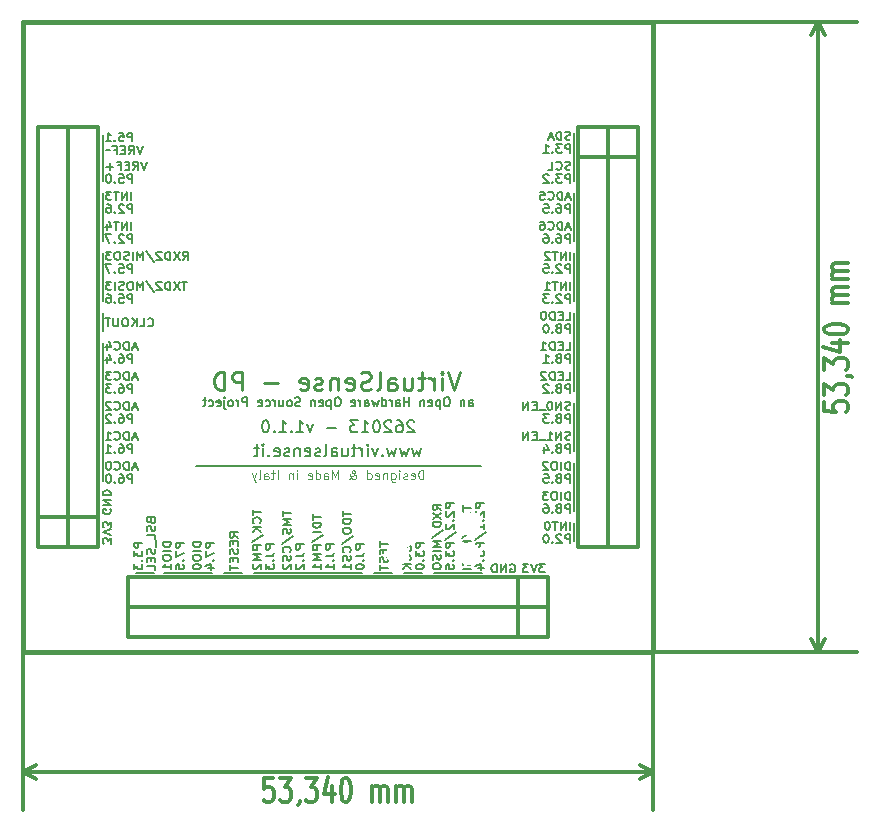
<source format=gbo>
G04 (created by PCBNEW (2013-mar-13)-testing) date Fri 28 Jun 2013 12:11:23 PM CEST*
%MOIN*%
G04 Gerber Fmt 3.4, Leading zero omitted, Abs format*
%FSLAX34Y34*%
G01*
G70*
G90*
G04 APERTURE LIST*
%ADD10C,0.005906*%
%ADD11C,0.015000*%
%ADD12C,0.012000*%
%ADD13C,0.005000*%
%ADD14C,0.006000*%
%ADD15C,0.011972*%
%ADD16C,0.009000*%
%ADD17C,0.003000*%
%ADD18C,0.007000*%
%ADD19C,0.008000*%
%ADD20C,0.156000*%
%ADD21R,0.076000X0.076000*%
%ADD22C,0.076000*%
%ADD23C,0.075100*%
%ADD24C,0.094700*%
%ADD25R,0.075100X0.075100*%
G04 APERTURE END LIST*
G54D10*
G54D11*
X32500Y-49500D02*
X32500Y-28500D01*
X11500Y-49500D02*
X32500Y-49500D01*
X11500Y-28500D02*
X11500Y-49500D01*
X32500Y-28500D02*
X11500Y-28500D01*
G54D12*
X19828Y-53700D02*
X19542Y-53700D01*
X19514Y-54081D01*
X19542Y-54043D01*
X19599Y-54005D01*
X19742Y-54005D01*
X19799Y-54043D01*
X19828Y-54081D01*
X19857Y-54158D01*
X19857Y-54348D01*
X19828Y-54424D01*
X19799Y-54462D01*
X19742Y-54500D01*
X19599Y-54500D01*
X19542Y-54462D01*
X19514Y-54424D01*
X20057Y-53700D02*
X20428Y-53700D01*
X20228Y-54005D01*
X20314Y-54005D01*
X20371Y-54043D01*
X20399Y-54081D01*
X20428Y-54158D01*
X20428Y-54348D01*
X20399Y-54424D01*
X20371Y-54462D01*
X20314Y-54500D01*
X20142Y-54500D01*
X20085Y-54462D01*
X20057Y-54424D01*
X20714Y-54462D02*
X20714Y-54500D01*
X20685Y-54577D01*
X20657Y-54615D01*
X20914Y-53700D02*
X21285Y-53700D01*
X21085Y-54005D01*
X21171Y-54005D01*
X21228Y-54043D01*
X21257Y-54081D01*
X21285Y-54158D01*
X21285Y-54348D01*
X21257Y-54424D01*
X21228Y-54462D01*
X21171Y-54500D01*
X21000Y-54500D01*
X20942Y-54462D01*
X20914Y-54424D01*
X21800Y-53967D02*
X21800Y-54500D01*
X21657Y-53662D02*
X21514Y-54234D01*
X21885Y-54234D01*
X22228Y-53700D02*
X22285Y-53700D01*
X22342Y-53739D01*
X22371Y-53777D01*
X22400Y-53853D01*
X22428Y-54005D01*
X22428Y-54196D01*
X22400Y-54348D01*
X22371Y-54424D01*
X22342Y-54462D01*
X22285Y-54500D01*
X22228Y-54500D01*
X22171Y-54462D01*
X22142Y-54424D01*
X22114Y-54348D01*
X22085Y-54196D01*
X22085Y-54005D01*
X22114Y-53853D01*
X22142Y-53777D01*
X22171Y-53739D01*
X22228Y-53700D01*
X23142Y-54500D02*
X23142Y-53967D01*
X23142Y-54043D02*
X23171Y-54005D01*
X23228Y-53967D01*
X23314Y-53967D01*
X23371Y-54005D01*
X23400Y-54081D01*
X23400Y-54500D01*
X23400Y-54081D02*
X23428Y-54005D01*
X23485Y-53967D01*
X23571Y-53967D01*
X23628Y-54005D01*
X23657Y-54081D01*
X23657Y-54500D01*
X23942Y-54500D02*
X23942Y-53967D01*
X23942Y-54043D02*
X23971Y-54005D01*
X24028Y-53967D01*
X24114Y-53967D01*
X24171Y-54005D01*
X24200Y-54081D01*
X24200Y-54500D01*
X24200Y-54081D02*
X24228Y-54005D01*
X24285Y-53967D01*
X24371Y-53967D01*
X24428Y-54005D01*
X24457Y-54081D01*
X24457Y-54500D01*
X11500Y-53499D02*
X32500Y-53499D01*
X11500Y-49500D02*
X11500Y-54779D01*
X32500Y-49500D02*
X32500Y-54779D01*
X32500Y-53499D02*
X32057Y-53729D01*
X32500Y-53499D02*
X32057Y-53269D01*
X11500Y-53499D02*
X11943Y-53729D01*
X11500Y-53499D02*
X11943Y-53269D01*
X38201Y-41171D02*
X38201Y-41457D01*
X38582Y-41485D01*
X38544Y-41457D01*
X38506Y-41400D01*
X38506Y-41257D01*
X38544Y-41200D01*
X38582Y-41171D01*
X38659Y-41142D01*
X38849Y-41142D01*
X38925Y-41171D01*
X38963Y-41200D01*
X39001Y-41257D01*
X39001Y-41400D01*
X38963Y-41457D01*
X38925Y-41485D01*
X38201Y-40942D02*
X38201Y-40571D01*
X38506Y-40771D01*
X38506Y-40685D01*
X38544Y-40628D01*
X38582Y-40600D01*
X38659Y-40571D01*
X38849Y-40571D01*
X38925Y-40600D01*
X38963Y-40628D01*
X39001Y-40685D01*
X39001Y-40857D01*
X38963Y-40914D01*
X38925Y-40942D01*
X38963Y-40285D02*
X39001Y-40285D01*
X39078Y-40314D01*
X39116Y-40342D01*
X38201Y-40085D02*
X38201Y-39714D01*
X38506Y-39914D01*
X38506Y-39828D01*
X38544Y-39771D01*
X38582Y-39742D01*
X38659Y-39714D01*
X38849Y-39714D01*
X38925Y-39742D01*
X38963Y-39771D01*
X39001Y-39828D01*
X39001Y-40000D01*
X38963Y-40057D01*
X38925Y-40085D01*
X38468Y-39200D02*
X39001Y-39200D01*
X38163Y-39342D02*
X38735Y-39485D01*
X38735Y-39114D01*
X38201Y-38771D02*
X38201Y-38714D01*
X38240Y-38657D01*
X38278Y-38628D01*
X38354Y-38600D01*
X38506Y-38571D01*
X38697Y-38571D01*
X38849Y-38600D01*
X38925Y-38628D01*
X38963Y-38657D01*
X39001Y-38714D01*
X39001Y-38771D01*
X38963Y-38828D01*
X38925Y-38857D01*
X38849Y-38885D01*
X38697Y-38914D01*
X38506Y-38914D01*
X38354Y-38885D01*
X38278Y-38857D01*
X38240Y-38828D01*
X38201Y-38771D01*
X39001Y-37857D02*
X38468Y-37857D01*
X38544Y-37857D02*
X38506Y-37828D01*
X38468Y-37771D01*
X38468Y-37685D01*
X38506Y-37628D01*
X38582Y-37599D01*
X39001Y-37599D01*
X38582Y-37599D02*
X38506Y-37571D01*
X38468Y-37514D01*
X38468Y-37428D01*
X38506Y-37371D01*
X38582Y-37342D01*
X39001Y-37342D01*
X39001Y-37057D02*
X38468Y-37057D01*
X38544Y-37057D02*
X38506Y-37028D01*
X38468Y-36971D01*
X38468Y-36885D01*
X38506Y-36828D01*
X38582Y-36799D01*
X39001Y-36799D01*
X38582Y-36799D02*
X38506Y-36771D01*
X38468Y-36714D01*
X38468Y-36628D01*
X38506Y-36571D01*
X38582Y-36542D01*
X39001Y-36542D01*
X38000Y-49500D02*
X38000Y-28500D01*
X32500Y-49500D02*
X39280Y-49500D01*
X32500Y-28500D02*
X39280Y-28500D01*
X38000Y-28500D02*
X38230Y-28943D01*
X38000Y-28500D02*
X37770Y-28943D01*
X38000Y-49500D02*
X38230Y-49057D01*
X38000Y-49500D02*
X37770Y-49057D01*
G54D13*
X29742Y-32409D02*
X29700Y-32422D01*
X29628Y-32422D01*
X29600Y-32409D01*
X29585Y-32396D01*
X29571Y-32370D01*
X29571Y-32345D01*
X29585Y-32319D01*
X29600Y-32306D01*
X29628Y-32293D01*
X29685Y-32280D01*
X29714Y-32267D01*
X29728Y-32255D01*
X29742Y-32229D01*
X29742Y-32203D01*
X29728Y-32177D01*
X29714Y-32165D01*
X29685Y-32152D01*
X29614Y-32152D01*
X29571Y-32165D01*
X29442Y-32422D02*
X29442Y-32152D01*
X29371Y-32152D01*
X29328Y-32165D01*
X29300Y-32190D01*
X29285Y-32216D01*
X29271Y-32267D01*
X29271Y-32306D01*
X29285Y-32357D01*
X29300Y-32383D01*
X29328Y-32409D01*
X29371Y-32422D01*
X29442Y-32422D01*
X29157Y-32345D02*
X29014Y-32345D01*
X29185Y-32422D02*
X29085Y-32152D01*
X28985Y-32422D01*
X29728Y-32850D02*
X29728Y-32580D01*
X29614Y-32580D01*
X29585Y-32593D01*
X29571Y-32605D01*
X29557Y-32631D01*
X29557Y-32670D01*
X29571Y-32695D01*
X29585Y-32708D01*
X29614Y-32721D01*
X29728Y-32721D01*
X29457Y-32580D02*
X29271Y-32580D01*
X29371Y-32683D01*
X29328Y-32683D01*
X29300Y-32695D01*
X29285Y-32708D01*
X29271Y-32734D01*
X29271Y-32798D01*
X29285Y-32824D01*
X29300Y-32837D01*
X29328Y-32850D01*
X29414Y-32850D01*
X29442Y-32837D01*
X29457Y-32824D01*
X29142Y-32824D02*
X29128Y-32837D01*
X29142Y-32850D01*
X29157Y-32837D01*
X29142Y-32824D01*
X29142Y-32850D01*
X28842Y-32850D02*
X29014Y-32850D01*
X28928Y-32850D02*
X28928Y-32580D01*
X28957Y-32618D01*
X28985Y-32644D01*
X29014Y-32657D01*
X29742Y-33409D02*
X29700Y-33422D01*
X29628Y-33422D01*
X29600Y-33409D01*
X29585Y-33396D01*
X29571Y-33370D01*
X29571Y-33345D01*
X29585Y-33319D01*
X29600Y-33306D01*
X29628Y-33293D01*
X29685Y-33280D01*
X29714Y-33267D01*
X29728Y-33255D01*
X29742Y-33229D01*
X29742Y-33203D01*
X29728Y-33177D01*
X29714Y-33165D01*
X29685Y-33152D01*
X29614Y-33152D01*
X29571Y-33165D01*
X29271Y-33396D02*
X29285Y-33409D01*
X29328Y-33422D01*
X29357Y-33422D01*
X29400Y-33409D01*
X29428Y-33383D01*
X29442Y-33357D01*
X29457Y-33306D01*
X29457Y-33267D01*
X29442Y-33216D01*
X29428Y-33190D01*
X29400Y-33165D01*
X29357Y-33152D01*
X29328Y-33152D01*
X29285Y-33165D01*
X29271Y-33177D01*
X29000Y-33422D02*
X29142Y-33422D01*
X29142Y-33152D01*
X29728Y-33850D02*
X29728Y-33580D01*
X29614Y-33580D01*
X29585Y-33593D01*
X29571Y-33605D01*
X29557Y-33631D01*
X29557Y-33670D01*
X29571Y-33695D01*
X29585Y-33708D01*
X29614Y-33721D01*
X29728Y-33721D01*
X29457Y-33580D02*
X29271Y-33580D01*
X29371Y-33683D01*
X29328Y-33683D01*
X29300Y-33695D01*
X29285Y-33708D01*
X29271Y-33734D01*
X29271Y-33798D01*
X29285Y-33824D01*
X29300Y-33837D01*
X29328Y-33850D01*
X29414Y-33850D01*
X29442Y-33837D01*
X29457Y-33824D01*
X29142Y-33824D02*
X29128Y-33837D01*
X29142Y-33850D01*
X29157Y-33837D01*
X29142Y-33824D01*
X29142Y-33850D01*
X29014Y-33605D02*
X29000Y-33593D01*
X28971Y-33580D01*
X28900Y-33580D01*
X28871Y-33593D01*
X28857Y-33605D01*
X28842Y-33631D01*
X28842Y-33657D01*
X28857Y-33695D01*
X29028Y-33850D01*
X28842Y-33850D01*
X29742Y-34345D02*
X29600Y-34345D01*
X29771Y-34422D02*
X29671Y-34152D01*
X29571Y-34422D01*
X29471Y-34422D02*
X29471Y-34152D01*
X29400Y-34152D01*
X29357Y-34165D01*
X29328Y-34190D01*
X29314Y-34216D01*
X29300Y-34267D01*
X29300Y-34306D01*
X29314Y-34357D01*
X29328Y-34383D01*
X29357Y-34409D01*
X29400Y-34422D01*
X29471Y-34422D01*
X29000Y-34396D02*
X29014Y-34409D01*
X29057Y-34422D01*
X29085Y-34422D01*
X29128Y-34409D01*
X29157Y-34383D01*
X29171Y-34357D01*
X29185Y-34306D01*
X29185Y-34267D01*
X29171Y-34216D01*
X29157Y-34190D01*
X29128Y-34165D01*
X29085Y-34152D01*
X29057Y-34152D01*
X29014Y-34165D01*
X29000Y-34177D01*
X28728Y-34152D02*
X28871Y-34152D01*
X28885Y-34280D01*
X28871Y-34267D01*
X28842Y-34255D01*
X28771Y-34255D01*
X28742Y-34267D01*
X28728Y-34280D01*
X28714Y-34306D01*
X28714Y-34370D01*
X28728Y-34396D01*
X28742Y-34409D01*
X28771Y-34422D01*
X28842Y-34422D01*
X28871Y-34409D01*
X28885Y-34396D01*
X29728Y-34850D02*
X29728Y-34580D01*
X29614Y-34580D01*
X29585Y-34593D01*
X29571Y-34605D01*
X29557Y-34631D01*
X29557Y-34670D01*
X29571Y-34695D01*
X29585Y-34708D01*
X29614Y-34721D01*
X29728Y-34721D01*
X29300Y-34580D02*
X29357Y-34580D01*
X29385Y-34593D01*
X29400Y-34605D01*
X29428Y-34644D01*
X29442Y-34695D01*
X29442Y-34798D01*
X29428Y-34824D01*
X29414Y-34837D01*
X29385Y-34850D01*
X29328Y-34850D01*
X29300Y-34837D01*
X29285Y-34824D01*
X29271Y-34798D01*
X29271Y-34734D01*
X29285Y-34708D01*
X29300Y-34695D01*
X29328Y-34683D01*
X29385Y-34683D01*
X29414Y-34695D01*
X29428Y-34708D01*
X29442Y-34734D01*
X29142Y-34824D02*
X29128Y-34837D01*
X29142Y-34850D01*
X29157Y-34837D01*
X29142Y-34824D01*
X29142Y-34850D01*
X28857Y-34580D02*
X29000Y-34580D01*
X29014Y-34708D01*
X29000Y-34695D01*
X28971Y-34683D01*
X28900Y-34683D01*
X28871Y-34695D01*
X28857Y-34708D01*
X28842Y-34734D01*
X28842Y-34798D01*
X28857Y-34824D01*
X28871Y-34837D01*
X28900Y-34850D01*
X28971Y-34850D01*
X29000Y-34837D01*
X29014Y-34824D01*
X29728Y-36422D02*
X29728Y-36152D01*
X29585Y-36422D02*
X29585Y-36152D01*
X29414Y-36422D01*
X29414Y-36152D01*
X29314Y-36152D02*
X29142Y-36152D01*
X29228Y-36422D02*
X29228Y-36152D01*
X29057Y-36177D02*
X29042Y-36165D01*
X29014Y-36152D01*
X28942Y-36152D01*
X28914Y-36165D01*
X28900Y-36177D01*
X28885Y-36203D01*
X28885Y-36229D01*
X28900Y-36267D01*
X29071Y-36422D01*
X28885Y-36422D01*
X29728Y-36850D02*
X29728Y-36580D01*
X29614Y-36580D01*
X29585Y-36593D01*
X29571Y-36605D01*
X29557Y-36631D01*
X29557Y-36670D01*
X29571Y-36695D01*
X29585Y-36708D01*
X29614Y-36721D01*
X29728Y-36721D01*
X29442Y-36605D02*
X29428Y-36593D01*
X29400Y-36580D01*
X29328Y-36580D01*
X29300Y-36593D01*
X29285Y-36605D01*
X29271Y-36631D01*
X29271Y-36657D01*
X29285Y-36695D01*
X29457Y-36850D01*
X29271Y-36850D01*
X29142Y-36824D02*
X29128Y-36837D01*
X29142Y-36850D01*
X29157Y-36837D01*
X29142Y-36824D01*
X29142Y-36850D01*
X28857Y-36580D02*
X29000Y-36580D01*
X29014Y-36708D01*
X29000Y-36695D01*
X28971Y-36683D01*
X28900Y-36683D01*
X28871Y-36695D01*
X28857Y-36708D01*
X28842Y-36734D01*
X28842Y-36798D01*
X28857Y-36824D01*
X28871Y-36837D01*
X28900Y-36850D01*
X28971Y-36850D01*
X29000Y-36837D01*
X29014Y-36824D01*
X29728Y-37422D02*
X29728Y-37152D01*
X29585Y-37422D02*
X29585Y-37152D01*
X29414Y-37422D01*
X29414Y-37152D01*
X29314Y-37152D02*
X29142Y-37152D01*
X29228Y-37422D02*
X29228Y-37152D01*
X28885Y-37422D02*
X29057Y-37422D01*
X28971Y-37422D02*
X28971Y-37152D01*
X29000Y-37190D01*
X29028Y-37216D01*
X29057Y-37229D01*
X29728Y-37850D02*
X29728Y-37580D01*
X29614Y-37580D01*
X29585Y-37593D01*
X29571Y-37605D01*
X29557Y-37631D01*
X29557Y-37670D01*
X29571Y-37695D01*
X29585Y-37708D01*
X29614Y-37721D01*
X29728Y-37721D01*
X29442Y-37605D02*
X29428Y-37593D01*
X29400Y-37580D01*
X29328Y-37580D01*
X29300Y-37593D01*
X29285Y-37605D01*
X29271Y-37631D01*
X29271Y-37657D01*
X29285Y-37695D01*
X29457Y-37850D01*
X29271Y-37850D01*
X29142Y-37824D02*
X29128Y-37837D01*
X29142Y-37850D01*
X29157Y-37837D01*
X29142Y-37824D01*
X29142Y-37850D01*
X29028Y-37580D02*
X28842Y-37580D01*
X28942Y-37683D01*
X28900Y-37683D01*
X28871Y-37695D01*
X28857Y-37708D01*
X28842Y-37734D01*
X28842Y-37798D01*
X28857Y-37824D01*
X28871Y-37837D01*
X28900Y-37850D01*
X28985Y-37850D01*
X29014Y-37837D01*
X29028Y-37824D01*
X29585Y-38422D02*
X29728Y-38422D01*
X29728Y-38152D01*
X29485Y-38280D02*
X29385Y-38280D01*
X29342Y-38422D02*
X29485Y-38422D01*
X29485Y-38152D01*
X29342Y-38152D01*
X29214Y-38422D02*
X29214Y-38152D01*
X29142Y-38152D01*
X29100Y-38165D01*
X29071Y-38190D01*
X29057Y-38216D01*
X29042Y-38267D01*
X29042Y-38306D01*
X29057Y-38357D01*
X29071Y-38383D01*
X29100Y-38409D01*
X29142Y-38422D01*
X29214Y-38422D01*
X28857Y-38152D02*
X28828Y-38152D01*
X28800Y-38165D01*
X28785Y-38177D01*
X28771Y-38203D01*
X28757Y-38255D01*
X28757Y-38319D01*
X28771Y-38370D01*
X28785Y-38396D01*
X28800Y-38409D01*
X28828Y-38422D01*
X28857Y-38422D01*
X28885Y-38409D01*
X28900Y-38396D01*
X28914Y-38370D01*
X28928Y-38319D01*
X28928Y-38255D01*
X28914Y-38203D01*
X28900Y-38177D01*
X28885Y-38165D01*
X28857Y-38152D01*
X29728Y-38850D02*
X29728Y-38580D01*
X29614Y-38580D01*
X29585Y-38593D01*
X29571Y-38605D01*
X29557Y-38631D01*
X29557Y-38670D01*
X29571Y-38695D01*
X29585Y-38708D01*
X29614Y-38721D01*
X29728Y-38721D01*
X29385Y-38695D02*
X29414Y-38683D01*
X29428Y-38670D01*
X29442Y-38644D01*
X29442Y-38631D01*
X29428Y-38605D01*
X29414Y-38593D01*
X29385Y-38580D01*
X29328Y-38580D01*
X29300Y-38593D01*
X29285Y-38605D01*
X29271Y-38631D01*
X29271Y-38644D01*
X29285Y-38670D01*
X29300Y-38683D01*
X29328Y-38695D01*
X29385Y-38695D01*
X29414Y-38708D01*
X29428Y-38721D01*
X29442Y-38747D01*
X29442Y-38798D01*
X29428Y-38824D01*
X29414Y-38837D01*
X29385Y-38850D01*
X29328Y-38850D01*
X29300Y-38837D01*
X29285Y-38824D01*
X29271Y-38798D01*
X29271Y-38747D01*
X29285Y-38721D01*
X29300Y-38708D01*
X29328Y-38695D01*
X29142Y-38824D02*
X29128Y-38837D01*
X29142Y-38850D01*
X29157Y-38837D01*
X29142Y-38824D01*
X29142Y-38850D01*
X28942Y-38580D02*
X28914Y-38580D01*
X28885Y-38593D01*
X28871Y-38605D01*
X28857Y-38631D01*
X28842Y-38683D01*
X28842Y-38747D01*
X28857Y-38798D01*
X28871Y-38824D01*
X28885Y-38837D01*
X28914Y-38850D01*
X28942Y-38850D01*
X28971Y-38837D01*
X28985Y-38824D01*
X29000Y-38798D01*
X29014Y-38747D01*
X29014Y-38683D01*
X29000Y-38631D01*
X28985Y-38605D01*
X28971Y-38593D01*
X28942Y-38580D01*
X29585Y-39422D02*
X29728Y-39422D01*
X29728Y-39152D01*
X29485Y-39280D02*
X29385Y-39280D01*
X29342Y-39422D02*
X29485Y-39422D01*
X29485Y-39152D01*
X29342Y-39152D01*
X29214Y-39422D02*
X29214Y-39152D01*
X29142Y-39152D01*
X29100Y-39165D01*
X29071Y-39190D01*
X29057Y-39216D01*
X29042Y-39267D01*
X29042Y-39306D01*
X29057Y-39357D01*
X29071Y-39383D01*
X29100Y-39409D01*
X29142Y-39422D01*
X29214Y-39422D01*
X28757Y-39422D02*
X28928Y-39422D01*
X28842Y-39422D02*
X28842Y-39152D01*
X28871Y-39190D01*
X28900Y-39216D01*
X28928Y-39229D01*
X29728Y-39850D02*
X29728Y-39580D01*
X29614Y-39580D01*
X29585Y-39593D01*
X29571Y-39605D01*
X29557Y-39631D01*
X29557Y-39670D01*
X29571Y-39695D01*
X29585Y-39708D01*
X29614Y-39721D01*
X29728Y-39721D01*
X29385Y-39695D02*
X29414Y-39683D01*
X29428Y-39670D01*
X29442Y-39644D01*
X29442Y-39631D01*
X29428Y-39605D01*
X29414Y-39593D01*
X29385Y-39580D01*
X29328Y-39580D01*
X29300Y-39593D01*
X29285Y-39605D01*
X29271Y-39631D01*
X29271Y-39644D01*
X29285Y-39670D01*
X29300Y-39683D01*
X29328Y-39695D01*
X29385Y-39695D01*
X29414Y-39708D01*
X29428Y-39721D01*
X29442Y-39747D01*
X29442Y-39798D01*
X29428Y-39824D01*
X29414Y-39837D01*
X29385Y-39850D01*
X29328Y-39850D01*
X29300Y-39837D01*
X29285Y-39824D01*
X29271Y-39798D01*
X29271Y-39747D01*
X29285Y-39721D01*
X29300Y-39708D01*
X29328Y-39695D01*
X29142Y-39824D02*
X29128Y-39837D01*
X29142Y-39850D01*
X29157Y-39837D01*
X29142Y-39824D01*
X29142Y-39850D01*
X28842Y-39850D02*
X29014Y-39850D01*
X28928Y-39850D02*
X28928Y-39580D01*
X28957Y-39618D01*
X28985Y-39644D01*
X29014Y-39657D01*
X29585Y-40422D02*
X29728Y-40422D01*
X29728Y-40152D01*
X29485Y-40280D02*
X29385Y-40280D01*
X29342Y-40422D02*
X29485Y-40422D01*
X29485Y-40152D01*
X29342Y-40152D01*
X29214Y-40422D02*
X29214Y-40152D01*
X29142Y-40152D01*
X29100Y-40165D01*
X29071Y-40190D01*
X29057Y-40216D01*
X29042Y-40267D01*
X29042Y-40306D01*
X29057Y-40357D01*
X29071Y-40383D01*
X29100Y-40409D01*
X29142Y-40422D01*
X29214Y-40422D01*
X28928Y-40177D02*
X28914Y-40165D01*
X28885Y-40152D01*
X28814Y-40152D01*
X28785Y-40165D01*
X28771Y-40177D01*
X28757Y-40203D01*
X28757Y-40229D01*
X28771Y-40267D01*
X28942Y-40422D01*
X28757Y-40422D01*
X29728Y-40850D02*
X29728Y-40580D01*
X29614Y-40580D01*
X29585Y-40593D01*
X29571Y-40605D01*
X29557Y-40631D01*
X29557Y-40670D01*
X29571Y-40695D01*
X29585Y-40708D01*
X29614Y-40721D01*
X29728Y-40721D01*
X29385Y-40695D02*
X29414Y-40683D01*
X29428Y-40670D01*
X29442Y-40644D01*
X29442Y-40631D01*
X29428Y-40605D01*
X29414Y-40593D01*
X29385Y-40580D01*
X29328Y-40580D01*
X29300Y-40593D01*
X29285Y-40605D01*
X29271Y-40631D01*
X29271Y-40644D01*
X29285Y-40670D01*
X29300Y-40683D01*
X29328Y-40695D01*
X29385Y-40695D01*
X29414Y-40708D01*
X29428Y-40721D01*
X29442Y-40747D01*
X29442Y-40798D01*
X29428Y-40824D01*
X29414Y-40837D01*
X29385Y-40850D01*
X29328Y-40850D01*
X29300Y-40837D01*
X29285Y-40824D01*
X29271Y-40798D01*
X29271Y-40747D01*
X29285Y-40721D01*
X29300Y-40708D01*
X29328Y-40695D01*
X29142Y-40824D02*
X29128Y-40837D01*
X29142Y-40850D01*
X29157Y-40837D01*
X29142Y-40824D01*
X29142Y-40850D01*
X29014Y-40605D02*
X29000Y-40593D01*
X28971Y-40580D01*
X28900Y-40580D01*
X28871Y-40593D01*
X28857Y-40605D01*
X28842Y-40631D01*
X28842Y-40657D01*
X28857Y-40695D01*
X29028Y-40850D01*
X28842Y-40850D01*
X29742Y-41409D02*
X29700Y-41422D01*
X29628Y-41422D01*
X29600Y-41409D01*
X29585Y-41396D01*
X29571Y-41370D01*
X29571Y-41345D01*
X29585Y-41319D01*
X29600Y-41306D01*
X29628Y-41293D01*
X29685Y-41280D01*
X29714Y-41267D01*
X29728Y-41255D01*
X29742Y-41229D01*
X29742Y-41203D01*
X29728Y-41177D01*
X29714Y-41165D01*
X29685Y-41152D01*
X29614Y-41152D01*
X29571Y-41165D01*
X29442Y-41422D02*
X29442Y-41152D01*
X29271Y-41422D01*
X29271Y-41152D01*
X29071Y-41152D02*
X29042Y-41152D01*
X29014Y-41165D01*
X29000Y-41177D01*
X28985Y-41203D01*
X28971Y-41255D01*
X28971Y-41319D01*
X28985Y-41370D01*
X29000Y-41396D01*
X29014Y-41409D01*
X29042Y-41422D01*
X29071Y-41422D01*
X29100Y-41409D01*
X29114Y-41396D01*
X29128Y-41370D01*
X29142Y-41319D01*
X29142Y-41255D01*
X29128Y-41203D01*
X29114Y-41177D01*
X29100Y-41165D01*
X29071Y-41152D01*
X28914Y-41447D02*
X28685Y-41447D01*
X28614Y-41280D02*
X28514Y-41280D01*
X28471Y-41422D02*
X28614Y-41422D01*
X28614Y-41152D01*
X28471Y-41152D01*
X28342Y-41422D02*
X28342Y-41152D01*
X28171Y-41422D01*
X28171Y-41152D01*
X29728Y-41850D02*
X29728Y-41580D01*
X29614Y-41580D01*
X29585Y-41593D01*
X29571Y-41605D01*
X29557Y-41631D01*
X29557Y-41670D01*
X29571Y-41695D01*
X29585Y-41708D01*
X29614Y-41721D01*
X29728Y-41721D01*
X29385Y-41695D02*
X29414Y-41683D01*
X29428Y-41670D01*
X29442Y-41644D01*
X29442Y-41631D01*
X29428Y-41605D01*
X29414Y-41593D01*
X29385Y-41580D01*
X29328Y-41580D01*
X29300Y-41593D01*
X29285Y-41605D01*
X29271Y-41631D01*
X29271Y-41644D01*
X29285Y-41670D01*
X29300Y-41683D01*
X29328Y-41695D01*
X29385Y-41695D01*
X29414Y-41708D01*
X29428Y-41721D01*
X29442Y-41747D01*
X29442Y-41798D01*
X29428Y-41824D01*
X29414Y-41837D01*
X29385Y-41850D01*
X29328Y-41850D01*
X29300Y-41837D01*
X29285Y-41824D01*
X29271Y-41798D01*
X29271Y-41747D01*
X29285Y-41721D01*
X29300Y-41708D01*
X29328Y-41695D01*
X29142Y-41824D02*
X29128Y-41837D01*
X29142Y-41850D01*
X29157Y-41837D01*
X29142Y-41824D01*
X29142Y-41850D01*
X29028Y-41580D02*
X28842Y-41580D01*
X28942Y-41683D01*
X28900Y-41683D01*
X28871Y-41695D01*
X28857Y-41708D01*
X28842Y-41734D01*
X28842Y-41798D01*
X28857Y-41824D01*
X28871Y-41837D01*
X28900Y-41850D01*
X28985Y-41850D01*
X29014Y-41837D01*
X29028Y-41824D01*
X29742Y-42409D02*
X29700Y-42422D01*
X29628Y-42422D01*
X29600Y-42409D01*
X29585Y-42396D01*
X29571Y-42370D01*
X29571Y-42345D01*
X29585Y-42319D01*
X29600Y-42306D01*
X29628Y-42293D01*
X29685Y-42280D01*
X29714Y-42267D01*
X29728Y-42255D01*
X29742Y-42229D01*
X29742Y-42203D01*
X29728Y-42177D01*
X29714Y-42165D01*
X29685Y-42152D01*
X29614Y-42152D01*
X29571Y-42165D01*
X29442Y-42422D02*
X29442Y-42152D01*
X29271Y-42422D01*
X29271Y-42152D01*
X28971Y-42422D02*
X29142Y-42422D01*
X29057Y-42422D02*
X29057Y-42152D01*
X29085Y-42190D01*
X29114Y-42216D01*
X29142Y-42229D01*
X28914Y-42447D02*
X28685Y-42447D01*
X28614Y-42280D02*
X28514Y-42280D01*
X28471Y-42422D02*
X28614Y-42422D01*
X28614Y-42152D01*
X28471Y-42152D01*
X28342Y-42422D02*
X28342Y-42152D01*
X28171Y-42422D01*
X28171Y-42152D01*
X29728Y-42850D02*
X29728Y-42580D01*
X29614Y-42580D01*
X29585Y-42593D01*
X29571Y-42605D01*
X29557Y-42631D01*
X29557Y-42670D01*
X29571Y-42695D01*
X29585Y-42708D01*
X29614Y-42721D01*
X29728Y-42721D01*
X29385Y-42695D02*
X29414Y-42683D01*
X29428Y-42670D01*
X29442Y-42644D01*
X29442Y-42631D01*
X29428Y-42605D01*
X29414Y-42593D01*
X29385Y-42580D01*
X29328Y-42580D01*
X29300Y-42593D01*
X29285Y-42605D01*
X29271Y-42631D01*
X29271Y-42644D01*
X29285Y-42670D01*
X29300Y-42683D01*
X29328Y-42695D01*
X29385Y-42695D01*
X29414Y-42708D01*
X29428Y-42721D01*
X29442Y-42747D01*
X29442Y-42798D01*
X29428Y-42824D01*
X29414Y-42837D01*
X29385Y-42850D01*
X29328Y-42850D01*
X29300Y-42837D01*
X29285Y-42824D01*
X29271Y-42798D01*
X29271Y-42747D01*
X29285Y-42721D01*
X29300Y-42708D01*
X29328Y-42695D01*
X29142Y-42824D02*
X29128Y-42837D01*
X29142Y-42850D01*
X29157Y-42837D01*
X29142Y-42824D01*
X29142Y-42850D01*
X28871Y-42670D02*
X28871Y-42850D01*
X28942Y-42567D02*
X29014Y-42760D01*
X28828Y-42760D01*
X29728Y-43422D02*
X29728Y-43152D01*
X29657Y-43152D01*
X29614Y-43165D01*
X29585Y-43190D01*
X29571Y-43216D01*
X29557Y-43267D01*
X29557Y-43306D01*
X29571Y-43357D01*
X29585Y-43383D01*
X29614Y-43409D01*
X29657Y-43422D01*
X29728Y-43422D01*
X29428Y-43422D02*
X29428Y-43152D01*
X29228Y-43152D02*
X29171Y-43152D01*
X29142Y-43165D01*
X29114Y-43190D01*
X29100Y-43242D01*
X29100Y-43332D01*
X29114Y-43383D01*
X29142Y-43409D01*
X29171Y-43422D01*
X29228Y-43422D01*
X29257Y-43409D01*
X29285Y-43383D01*
X29300Y-43332D01*
X29300Y-43242D01*
X29285Y-43190D01*
X29257Y-43165D01*
X29228Y-43152D01*
X28985Y-43177D02*
X28971Y-43165D01*
X28942Y-43152D01*
X28871Y-43152D01*
X28842Y-43165D01*
X28828Y-43177D01*
X28814Y-43203D01*
X28814Y-43229D01*
X28828Y-43267D01*
X29000Y-43422D01*
X28814Y-43422D01*
X29728Y-43850D02*
X29728Y-43580D01*
X29614Y-43580D01*
X29585Y-43593D01*
X29571Y-43605D01*
X29557Y-43631D01*
X29557Y-43670D01*
X29571Y-43695D01*
X29585Y-43708D01*
X29614Y-43721D01*
X29728Y-43721D01*
X29385Y-43695D02*
X29414Y-43683D01*
X29428Y-43670D01*
X29442Y-43644D01*
X29442Y-43631D01*
X29428Y-43605D01*
X29414Y-43593D01*
X29385Y-43580D01*
X29328Y-43580D01*
X29300Y-43593D01*
X29285Y-43605D01*
X29271Y-43631D01*
X29271Y-43644D01*
X29285Y-43670D01*
X29300Y-43683D01*
X29328Y-43695D01*
X29385Y-43695D01*
X29414Y-43708D01*
X29428Y-43721D01*
X29442Y-43747D01*
X29442Y-43798D01*
X29428Y-43824D01*
X29414Y-43837D01*
X29385Y-43850D01*
X29328Y-43850D01*
X29300Y-43837D01*
X29285Y-43824D01*
X29271Y-43798D01*
X29271Y-43747D01*
X29285Y-43721D01*
X29300Y-43708D01*
X29328Y-43695D01*
X29142Y-43824D02*
X29128Y-43837D01*
X29142Y-43850D01*
X29157Y-43837D01*
X29142Y-43824D01*
X29142Y-43850D01*
X28857Y-43580D02*
X29000Y-43580D01*
X29014Y-43708D01*
X29000Y-43695D01*
X28971Y-43683D01*
X28900Y-43683D01*
X28871Y-43695D01*
X28857Y-43708D01*
X28842Y-43734D01*
X28842Y-43798D01*
X28857Y-43824D01*
X28871Y-43837D01*
X28900Y-43850D01*
X28971Y-43850D01*
X29000Y-43837D01*
X29014Y-43824D01*
X29728Y-44422D02*
X29728Y-44152D01*
X29657Y-44152D01*
X29614Y-44165D01*
X29585Y-44190D01*
X29571Y-44216D01*
X29557Y-44267D01*
X29557Y-44306D01*
X29571Y-44357D01*
X29585Y-44383D01*
X29614Y-44409D01*
X29657Y-44422D01*
X29728Y-44422D01*
X29428Y-44422D02*
X29428Y-44152D01*
X29228Y-44152D02*
X29171Y-44152D01*
X29142Y-44165D01*
X29114Y-44190D01*
X29100Y-44242D01*
X29100Y-44332D01*
X29114Y-44383D01*
X29142Y-44409D01*
X29171Y-44422D01*
X29228Y-44422D01*
X29257Y-44409D01*
X29285Y-44383D01*
X29300Y-44332D01*
X29300Y-44242D01*
X29285Y-44190D01*
X29257Y-44165D01*
X29228Y-44152D01*
X29000Y-44152D02*
X28814Y-44152D01*
X28914Y-44255D01*
X28871Y-44255D01*
X28842Y-44267D01*
X28828Y-44280D01*
X28814Y-44306D01*
X28814Y-44370D01*
X28828Y-44396D01*
X28842Y-44409D01*
X28871Y-44422D01*
X28957Y-44422D01*
X28985Y-44409D01*
X29000Y-44396D01*
X29728Y-44850D02*
X29728Y-44580D01*
X29614Y-44580D01*
X29585Y-44593D01*
X29571Y-44605D01*
X29557Y-44631D01*
X29557Y-44670D01*
X29571Y-44695D01*
X29585Y-44708D01*
X29614Y-44721D01*
X29728Y-44721D01*
X29385Y-44695D02*
X29414Y-44683D01*
X29428Y-44670D01*
X29442Y-44644D01*
X29442Y-44631D01*
X29428Y-44605D01*
X29414Y-44593D01*
X29385Y-44580D01*
X29328Y-44580D01*
X29300Y-44593D01*
X29285Y-44605D01*
X29271Y-44631D01*
X29271Y-44644D01*
X29285Y-44670D01*
X29300Y-44683D01*
X29328Y-44695D01*
X29385Y-44695D01*
X29414Y-44708D01*
X29428Y-44721D01*
X29442Y-44747D01*
X29442Y-44798D01*
X29428Y-44824D01*
X29414Y-44837D01*
X29385Y-44850D01*
X29328Y-44850D01*
X29300Y-44837D01*
X29285Y-44824D01*
X29271Y-44798D01*
X29271Y-44747D01*
X29285Y-44721D01*
X29300Y-44708D01*
X29328Y-44695D01*
X29142Y-44824D02*
X29128Y-44837D01*
X29142Y-44850D01*
X29157Y-44837D01*
X29142Y-44824D01*
X29142Y-44850D01*
X28871Y-44580D02*
X28928Y-44580D01*
X28957Y-44593D01*
X28971Y-44605D01*
X29000Y-44644D01*
X29014Y-44695D01*
X29014Y-44798D01*
X29000Y-44824D01*
X28985Y-44837D01*
X28957Y-44850D01*
X28900Y-44850D01*
X28871Y-44837D01*
X28857Y-44824D01*
X28842Y-44798D01*
X28842Y-44734D01*
X28857Y-44708D01*
X28871Y-44695D01*
X28900Y-44683D01*
X28957Y-44683D01*
X28985Y-44695D01*
X29000Y-44708D01*
X29014Y-44734D01*
X29728Y-45422D02*
X29728Y-45152D01*
X29585Y-45422D02*
X29585Y-45152D01*
X29414Y-45422D01*
X29414Y-45152D01*
X29314Y-45152D02*
X29142Y-45152D01*
X29228Y-45422D02*
X29228Y-45152D01*
X28985Y-45152D02*
X28957Y-45152D01*
X28928Y-45165D01*
X28914Y-45177D01*
X28900Y-45203D01*
X28885Y-45255D01*
X28885Y-45319D01*
X28900Y-45370D01*
X28914Y-45396D01*
X28928Y-45409D01*
X28957Y-45422D01*
X28985Y-45422D01*
X29014Y-45409D01*
X29028Y-45396D01*
X29042Y-45370D01*
X29057Y-45319D01*
X29057Y-45255D01*
X29042Y-45203D01*
X29028Y-45177D01*
X29014Y-45165D01*
X28985Y-45152D01*
X29728Y-45850D02*
X29728Y-45580D01*
X29614Y-45580D01*
X29585Y-45593D01*
X29571Y-45605D01*
X29557Y-45631D01*
X29557Y-45670D01*
X29571Y-45695D01*
X29585Y-45708D01*
X29614Y-45721D01*
X29728Y-45721D01*
X29442Y-45605D02*
X29428Y-45593D01*
X29400Y-45580D01*
X29328Y-45580D01*
X29300Y-45593D01*
X29285Y-45605D01*
X29271Y-45631D01*
X29271Y-45657D01*
X29285Y-45695D01*
X29457Y-45850D01*
X29271Y-45850D01*
X29142Y-45824D02*
X29128Y-45837D01*
X29142Y-45850D01*
X29157Y-45837D01*
X29142Y-45824D01*
X29142Y-45850D01*
X28942Y-45580D02*
X28914Y-45580D01*
X28885Y-45593D01*
X28871Y-45605D01*
X28857Y-45631D01*
X28842Y-45683D01*
X28842Y-45747D01*
X28857Y-45798D01*
X28871Y-45824D01*
X28885Y-45837D01*
X28914Y-45850D01*
X28942Y-45850D01*
X28971Y-45837D01*
X28985Y-45824D01*
X29000Y-45798D01*
X29014Y-45747D01*
X29014Y-45683D01*
X29000Y-45631D01*
X28985Y-45605D01*
X28971Y-45593D01*
X28942Y-45580D01*
X29742Y-35345D02*
X29600Y-35345D01*
X29771Y-35422D02*
X29671Y-35152D01*
X29571Y-35422D01*
X29471Y-35422D02*
X29471Y-35152D01*
X29400Y-35152D01*
X29357Y-35165D01*
X29328Y-35190D01*
X29314Y-35216D01*
X29300Y-35267D01*
X29300Y-35306D01*
X29314Y-35357D01*
X29328Y-35383D01*
X29357Y-35409D01*
X29400Y-35422D01*
X29471Y-35422D01*
X29000Y-35396D02*
X29014Y-35409D01*
X29057Y-35422D01*
X29085Y-35422D01*
X29128Y-35409D01*
X29157Y-35383D01*
X29171Y-35357D01*
X29185Y-35306D01*
X29185Y-35267D01*
X29171Y-35216D01*
X29157Y-35190D01*
X29128Y-35165D01*
X29085Y-35152D01*
X29057Y-35152D01*
X29014Y-35165D01*
X29000Y-35177D01*
X28742Y-35152D02*
X28800Y-35152D01*
X28828Y-35165D01*
X28842Y-35177D01*
X28871Y-35216D01*
X28885Y-35267D01*
X28885Y-35370D01*
X28871Y-35396D01*
X28857Y-35409D01*
X28828Y-35422D01*
X28771Y-35422D01*
X28742Y-35409D01*
X28728Y-35396D01*
X28714Y-35370D01*
X28714Y-35306D01*
X28728Y-35280D01*
X28742Y-35267D01*
X28771Y-35255D01*
X28828Y-35255D01*
X28857Y-35267D01*
X28871Y-35280D01*
X28885Y-35306D01*
X29728Y-35850D02*
X29728Y-35580D01*
X29614Y-35580D01*
X29585Y-35593D01*
X29571Y-35605D01*
X29557Y-35631D01*
X29557Y-35670D01*
X29571Y-35695D01*
X29585Y-35708D01*
X29614Y-35721D01*
X29728Y-35721D01*
X29300Y-35580D02*
X29357Y-35580D01*
X29385Y-35593D01*
X29400Y-35605D01*
X29428Y-35644D01*
X29442Y-35695D01*
X29442Y-35798D01*
X29428Y-35824D01*
X29414Y-35837D01*
X29385Y-35850D01*
X29328Y-35850D01*
X29300Y-35837D01*
X29285Y-35824D01*
X29271Y-35798D01*
X29271Y-35734D01*
X29285Y-35708D01*
X29300Y-35695D01*
X29328Y-35683D01*
X29385Y-35683D01*
X29414Y-35695D01*
X29428Y-35708D01*
X29442Y-35734D01*
X29142Y-35824D02*
X29128Y-35837D01*
X29142Y-35850D01*
X29157Y-35837D01*
X29142Y-35824D01*
X29142Y-35850D01*
X28871Y-35580D02*
X28928Y-35580D01*
X28957Y-35593D01*
X28971Y-35605D01*
X29000Y-35644D01*
X29014Y-35695D01*
X29014Y-35798D01*
X29000Y-35824D01*
X28985Y-35837D01*
X28957Y-35850D01*
X28900Y-35850D01*
X28871Y-35837D01*
X28857Y-35824D01*
X28842Y-35798D01*
X28842Y-35734D01*
X28857Y-35708D01*
X28871Y-35695D01*
X28900Y-35683D01*
X28957Y-35683D01*
X28985Y-35695D01*
X29000Y-35708D01*
X29014Y-35734D01*
G54D14*
X29850Y-32200D02*
X29850Y-33800D01*
X29850Y-34200D02*
X29850Y-35800D01*
X29850Y-36200D02*
X29850Y-37800D01*
X29850Y-38200D02*
X29850Y-40800D01*
X29850Y-41200D02*
X29850Y-42800D01*
X29850Y-43200D02*
X29850Y-44800D01*
X29850Y-45200D02*
X29850Y-45800D01*
G54D13*
X15099Y-35422D02*
X15099Y-35152D01*
X14957Y-35422D02*
X14957Y-35152D01*
X14785Y-35422D01*
X14785Y-35152D01*
X14685Y-35152D02*
X14514Y-35152D01*
X14599Y-35422D02*
X14599Y-35152D01*
X14285Y-35242D02*
X14285Y-35422D01*
X14357Y-35139D02*
X14428Y-35332D01*
X14242Y-35332D01*
X15142Y-35850D02*
X15142Y-35580D01*
X15028Y-35580D01*
X14999Y-35593D01*
X14985Y-35605D01*
X14971Y-35631D01*
X14971Y-35670D01*
X14985Y-35695D01*
X14999Y-35708D01*
X15028Y-35721D01*
X15142Y-35721D01*
X14857Y-35605D02*
X14842Y-35593D01*
X14814Y-35580D01*
X14742Y-35580D01*
X14714Y-35593D01*
X14699Y-35605D01*
X14685Y-35631D01*
X14685Y-35657D01*
X14699Y-35695D01*
X14871Y-35850D01*
X14685Y-35850D01*
X14557Y-35824D02*
X14542Y-35837D01*
X14557Y-35850D01*
X14571Y-35837D01*
X14557Y-35824D01*
X14557Y-35850D01*
X14442Y-35580D02*
X14242Y-35580D01*
X14371Y-35850D01*
X14422Y-45885D02*
X14422Y-45700D01*
X14320Y-45800D01*
X14320Y-45757D01*
X14307Y-45728D01*
X14294Y-45714D01*
X14268Y-45700D01*
X14204Y-45700D01*
X14178Y-45714D01*
X14165Y-45728D01*
X14152Y-45757D01*
X14152Y-45842D01*
X14165Y-45871D01*
X14178Y-45885D01*
X14422Y-45614D02*
X14152Y-45514D01*
X14422Y-45414D01*
X14422Y-45342D02*
X14422Y-45157D01*
X14320Y-45257D01*
X14320Y-45214D01*
X14307Y-45185D01*
X14294Y-45171D01*
X14268Y-45157D01*
X14204Y-45157D01*
X14178Y-45171D01*
X14165Y-45185D01*
X14152Y-45214D01*
X14152Y-45300D01*
X14165Y-45328D01*
X14178Y-45342D01*
X14410Y-44735D02*
X14422Y-44764D01*
X14422Y-44807D01*
X14410Y-44850D01*
X14384Y-44878D01*
X14358Y-44892D01*
X14307Y-44907D01*
X14268Y-44907D01*
X14217Y-44892D01*
X14191Y-44878D01*
X14165Y-44850D01*
X14152Y-44807D01*
X14152Y-44778D01*
X14165Y-44735D01*
X14178Y-44721D01*
X14268Y-44721D01*
X14268Y-44778D01*
X14152Y-44592D02*
X14422Y-44592D01*
X14152Y-44421D01*
X14422Y-44421D01*
X14152Y-44278D02*
X14422Y-44278D01*
X14422Y-44207D01*
X14410Y-44164D01*
X14384Y-44135D01*
X14358Y-44121D01*
X14307Y-44107D01*
X14268Y-44107D01*
X14217Y-44121D01*
X14191Y-44135D01*
X14165Y-44164D01*
X14152Y-44207D01*
X14152Y-44278D01*
X15285Y-43345D02*
X15142Y-43345D01*
X15314Y-43422D02*
X15214Y-43152D01*
X15114Y-43422D01*
X15014Y-43422D02*
X15014Y-43152D01*
X14942Y-43152D01*
X14900Y-43165D01*
X14871Y-43190D01*
X14857Y-43216D01*
X14842Y-43267D01*
X14842Y-43306D01*
X14857Y-43357D01*
X14871Y-43383D01*
X14900Y-43409D01*
X14942Y-43422D01*
X15014Y-43422D01*
X14542Y-43396D02*
X14557Y-43409D01*
X14600Y-43422D01*
X14628Y-43422D01*
X14671Y-43409D01*
X14700Y-43383D01*
X14714Y-43357D01*
X14728Y-43306D01*
X14728Y-43267D01*
X14714Y-43216D01*
X14700Y-43190D01*
X14671Y-43165D01*
X14628Y-43152D01*
X14600Y-43152D01*
X14557Y-43165D01*
X14542Y-43177D01*
X14357Y-43152D02*
X14328Y-43152D01*
X14300Y-43165D01*
X14285Y-43177D01*
X14271Y-43203D01*
X14257Y-43255D01*
X14257Y-43319D01*
X14271Y-43370D01*
X14285Y-43396D01*
X14300Y-43409D01*
X14328Y-43422D01*
X14357Y-43422D01*
X14385Y-43409D01*
X14400Y-43396D01*
X14414Y-43370D01*
X14428Y-43319D01*
X14428Y-43255D01*
X14414Y-43203D01*
X14400Y-43177D01*
X14385Y-43165D01*
X14357Y-43152D01*
X15142Y-43850D02*
X15142Y-43580D01*
X15028Y-43580D01*
X14999Y-43593D01*
X14985Y-43605D01*
X14971Y-43631D01*
X14971Y-43670D01*
X14985Y-43695D01*
X14999Y-43708D01*
X15028Y-43721D01*
X15142Y-43721D01*
X14714Y-43580D02*
X14771Y-43580D01*
X14799Y-43593D01*
X14814Y-43605D01*
X14842Y-43644D01*
X14857Y-43695D01*
X14857Y-43798D01*
X14842Y-43824D01*
X14828Y-43837D01*
X14799Y-43850D01*
X14742Y-43850D01*
X14714Y-43837D01*
X14699Y-43824D01*
X14685Y-43798D01*
X14685Y-43734D01*
X14699Y-43708D01*
X14714Y-43695D01*
X14742Y-43683D01*
X14799Y-43683D01*
X14828Y-43695D01*
X14842Y-43708D01*
X14857Y-43734D01*
X14557Y-43824D02*
X14542Y-43837D01*
X14557Y-43850D01*
X14571Y-43837D01*
X14557Y-43824D01*
X14557Y-43850D01*
X14357Y-43580D02*
X14328Y-43580D01*
X14300Y-43593D01*
X14285Y-43605D01*
X14271Y-43631D01*
X14257Y-43683D01*
X14257Y-43747D01*
X14271Y-43798D01*
X14285Y-43824D01*
X14300Y-43837D01*
X14328Y-43850D01*
X14357Y-43850D01*
X14385Y-43837D01*
X14400Y-43824D01*
X14414Y-43798D01*
X14428Y-43747D01*
X14428Y-43683D01*
X14414Y-43631D01*
X14400Y-43605D01*
X14385Y-43593D01*
X14357Y-43580D01*
X15285Y-42345D02*
X15142Y-42345D01*
X15314Y-42422D02*
X15214Y-42152D01*
X15114Y-42422D01*
X15014Y-42422D02*
X15014Y-42152D01*
X14942Y-42152D01*
X14900Y-42165D01*
X14871Y-42190D01*
X14857Y-42216D01*
X14842Y-42267D01*
X14842Y-42306D01*
X14857Y-42357D01*
X14871Y-42383D01*
X14900Y-42409D01*
X14942Y-42422D01*
X15014Y-42422D01*
X14542Y-42396D02*
X14557Y-42409D01*
X14600Y-42422D01*
X14628Y-42422D01*
X14671Y-42409D01*
X14700Y-42383D01*
X14714Y-42357D01*
X14728Y-42306D01*
X14728Y-42267D01*
X14714Y-42216D01*
X14700Y-42190D01*
X14671Y-42165D01*
X14628Y-42152D01*
X14600Y-42152D01*
X14557Y-42165D01*
X14542Y-42177D01*
X14257Y-42422D02*
X14428Y-42422D01*
X14342Y-42422D02*
X14342Y-42152D01*
X14371Y-42190D01*
X14400Y-42216D01*
X14428Y-42229D01*
X15142Y-42850D02*
X15142Y-42580D01*
X15028Y-42580D01*
X14999Y-42593D01*
X14985Y-42605D01*
X14971Y-42631D01*
X14971Y-42670D01*
X14985Y-42695D01*
X14999Y-42708D01*
X15028Y-42721D01*
X15142Y-42721D01*
X14714Y-42580D02*
X14771Y-42580D01*
X14799Y-42593D01*
X14814Y-42605D01*
X14842Y-42644D01*
X14857Y-42695D01*
X14857Y-42798D01*
X14842Y-42824D01*
X14828Y-42837D01*
X14799Y-42850D01*
X14742Y-42850D01*
X14714Y-42837D01*
X14699Y-42824D01*
X14685Y-42798D01*
X14685Y-42734D01*
X14699Y-42708D01*
X14714Y-42695D01*
X14742Y-42683D01*
X14799Y-42683D01*
X14828Y-42695D01*
X14842Y-42708D01*
X14857Y-42734D01*
X14557Y-42824D02*
X14542Y-42837D01*
X14557Y-42850D01*
X14571Y-42837D01*
X14557Y-42824D01*
X14557Y-42850D01*
X14257Y-42850D02*
X14428Y-42850D01*
X14342Y-42850D02*
X14342Y-42580D01*
X14371Y-42618D01*
X14400Y-42644D01*
X14428Y-42657D01*
X15285Y-41345D02*
X15142Y-41345D01*
X15314Y-41422D02*
X15214Y-41152D01*
X15114Y-41422D01*
X15014Y-41422D02*
X15014Y-41152D01*
X14942Y-41152D01*
X14900Y-41165D01*
X14871Y-41190D01*
X14857Y-41216D01*
X14842Y-41267D01*
X14842Y-41306D01*
X14857Y-41357D01*
X14871Y-41383D01*
X14900Y-41409D01*
X14942Y-41422D01*
X15014Y-41422D01*
X14542Y-41396D02*
X14557Y-41409D01*
X14600Y-41422D01*
X14628Y-41422D01*
X14671Y-41409D01*
X14700Y-41383D01*
X14714Y-41357D01*
X14728Y-41306D01*
X14728Y-41267D01*
X14714Y-41216D01*
X14700Y-41190D01*
X14671Y-41165D01*
X14628Y-41152D01*
X14600Y-41152D01*
X14557Y-41165D01*
X14542Y-41177D01*
X14428Y-41177D02*
X14414Y-41165D01*
X14385Y-41152D01*
X14314Y-41152D01*
X14285Y-41165D01*
X14271Y-41177D01*
X14257Y-41203D01*
X14257Y-41229D01*
X14271Y-41267D01*
X14442Y-41422D01*
X14257Y-41422D01*
X15142Y-41850D02*
X15142Y-41580D01*
X15028Y-41580D01*
X14999Y-41593D01*
X14985Y-41605D01*
X14971Y-41631D01*
X14971Y-41670D01*
X14985Y-41695D01*
X14999Y-41708D01*
X15028Y-41721D01*
X15142Y-41721D01*
X14714Y-41580D02*
X14771Y-41580D01*
X14799Y-41593D01*
X14814Y-41605D01*
X14842Y-41644D01*
X14857Y-41695D01*
X14857Y-41798D01*
X14842Y-41824D01*
X14828Y-41837D01*
X14799Y-41850D01*
X14742Y-41850D01*
X14714Y-41837D01*
X14699Y-41824D01*
X14685Y-41798D01*
X14685Y-41734D01*
X14699Y-41708D01*
X14714Y-41695D01*
X14742Y-41683D01*
X14799Y-41683D01*
X14828Y-41695D01*
X14842Y-41708D01*
X14857Y-41734D01*
X14557Y-41824D02*
X14542Y-41837D01*
X14557Y-41850D01*
X14571Y-41837D01*
X14557Y-41824D01*
X14557Y-41850D01*
X14428Y-41605D02*
X14414Y-41593D01*
X14385Y-41580D01*
X14314Y-41580D01*
X14285Y-41593D01*
X14271Y-41605D01*
X14257Y-41631D01*
X14257Y-41657D01*
X14271Y-41695D01*
X14442Y-41850D01*
X14257Y-41850D01*
X15285Y-40345D02*
X15142Y-40345D01*
X15314Y-40422D02*
X15214Y-40152D01*
X15114Y-40422D01*
X15014Y-40422D02*
X15014Y-40152D01*
X14942Y-40152D01*
X14900Y-40165D01*
X14871Y-40190D01*
X14857Y-40216D01*
X14842Y-40267D01*
X14842Y-40306D01*
X14857Y-40357D01*
X14871Y-40383D01*
X14900Y-40409D01*
X14942Y-40422D01*
X15014Y-40422D01*
X14542Y-40396D02*
X14557Y-40409D01*
X14600Y-40422D01*
X14628Y-40422D01*
X14671Y-40409D01*
X14700Y-40383D01*
X14714Y-40357D01*
X14728Y-40306D01*
X14728Y-40267D01*
X14714Y-40216D01*
X14700Y-40190D01*
X14671Y-40165D01*
X14628Y-40152D01*
X14600Y-40152D01*
X14557Y-40165D01*
X14542Y-40177D01*
X14442Y-40152D02*
X14257Y-40152D01*
X14357Y-40255D01*
X14314Y-40255D01*
X14285Y-40267D01*
X14271Y-40280D01*
X14257Y-40306D01*
X14257Y-40370D01*
X14271Y-40396D01*
X14285Y-40409D01*
X14314Y-40422D01*
X14400Y-40422D01*
X14428Y-40409D01*
X14442Y-40396D01*
X15142Y-40850D02*
X15142Y-40580D01*
X15028Y-40580D01*
X14999Y-40593D01*
X14985Y-40605D01*
X14971Y-40631D01*
X14971Y-40670D01*
X14985Y-40695D01*
X14999Y-40708D01*
X15028Y-40721D01*
X15142Y-40721D01*
X14714Y-40580D02*
X14771Y-40580D01*
X14799Y-40593D01*
X14814Y-40605D01*
X14842Y-40644D01*
X14857Y-40695D01*
X14857Y-40798D01*
X14842Y-40824D01*
X14828Y-40837D01*
X14799Y-40850D01*
X14742Y-40850D01*
X14714Y-40837D01*
X14699Y-40824D01*
X14685Y-40798D01*
X14685Y-40734D01*
X14699Y-40708D01*
X14714Y-40695D01*
X14742Y-40683D01*
X14799Y-40683D01*
X14828Y-40695D01*
X14842Y-40708D01*
X14857Y-40734D01*
X14557Y-40824D02*
X14542Y-40837D01*
X14557Y-40850D01*
X14571Y-40837D01*
X14557Y-40824D01*
X14557Y-40850D01*
X14442Y-40580D02*
X14257Y-40580D01*
X14357Y-40683D01*
X14314Y-40683D01*
X14285Y-40695D01*
X14271Y-40708D01*
X14257Y-40734D01*
X14257Y-40798D01*
X14271Y-40824D01*
X14285Y-40837D01*
X14314Y-40850D01*
X14400Y-40850D01*
X14428Y-40837D01*
X14442Y-40824D01*
X15285Y-39345D02*
X15142Y-39345D01*
X15314Y-39422D02*
X15214Y-39152D01*
X15114Y-39422D01*
X15014Y-39422D02*
X15014Y-39152D01*
X14942Y-39152D01*
X14900Y-39165D01*
X14871Y-39190D01*
X14857Y-39216D01*
X14842Y-39267D01*
X14842Y-39306D01*
X14857Y-39357D01*
X14871Y-39383D01*
X14900Y-39409D01*
X14942Y-39422D01*
X15014Y-39422D01*
X14542Y-39396D02*
X14557Y-39409D01*
X14600Y-39422D01*
X14628Y-39422D01*
X14671Y-39409D01*
X14700Y-39383D01*
X14714Y-39357D01*
X14728Y-39306D01*
X14728Y-39267D01*
X14714Y-39216D01*
X14700Y-39190D01*
X14671Y-39165D01*
X14628Y-39152D01*
X14600Y-39152D01*
X14557Y-39165D01*
X14542Y-39177D01*
X14285Y-39242D02*
X14285Y-39422D01*
X14357Y-39139D02*
X14428Y-39332D01*
X14242Y-39332D01*
X15142Y-39850D02*
X15142Y-39580D01*
X15028Y-39580D01*
X14999Y-39593D01*
X14985Y-39605D01*
X14971Y-39631D01*
X14971Y-39670D01*
X14985Y-39695D01*
X14999Y-39708D01*
X15028Y-39721D01*
X15142Y-39721D01*
X14714Y-39580D02*
X14771Y-39580D01*
X14799Y-39593D01*
X14814Y-39605D01*
X14842Y-39644D01*
X14857Y-39695D01*
X14857Y-39798D01*
X14842Y-39824D01*
X14828Y-39837D01*
X14799Y-39850D01*
X14742Y-39850D01*
X14714Y-39837D01*
X14699Y-39824D01*
X14685Y-39798D01*
X14685Y-39734D01*
X14699Y-39708D01*
X14714Y-39695D01*
X14742Y-39683D01*
X14799Y-39683D01*
X14828Y-39695D01*
X14842Y-39708D01*
X14857Y-39734D01*
X14557Y-39824D02*
X14542Y-39837D01*
X14557Y-39850D01*
X14571Y-39837D01*
X14557Y-39824D01*
X14557Y-39850D01*
X14285Y-39670D02*
X14285Y-39850D01*
X14357Y-39567D02*
X14428Y-39760D01*
X14242Y-39760D01*
X15657Y-38621D02*
X15671Y-38634D01*
X15714Y-38647D01*
X15742Y-38647D01*
X15785Y-38634D01*
X15814Y-38608D01*
X15828Y-38582D01*
X15842Y-38531D01*
X15842Y-38492D01*
X15828Y-38441D01*
X15814Y-38415D01*
X15785Y-38390D01*
X15742Y-38377D01*
X15714Y-38377D01*
X15671Y-38390D01*
X15657Y-38402D01*
X15385Y-38647D02*
X15528Y-38647D01*
X15528Y-38377D01*
X15285Y-38647D02*
X15285Y-38377D01*
X15114Y-38647D02*
X15242Y-38492D01*
X15114Y-38377D02*
X15285Y-38531D01*
X14928Y-38377D02*
X14871Y-38377D01*
X14842Y-38390D01*
X14814Y-38415D01*
X14800Y-38467D01*
X14800Y-38557D01*
X14814Y-38608D01*
X14842Y-38634D01*
X14871Y-38647D01*
X14928Y-38647D01*
X14957Y-38634D01*
X14985Y-38608D01*
X15000Y-38557D01*
X15000Y-38467D01*
X14985Y-38415D01*
X14957Y-38390D01*
X14928Y-38377D01*
X14671Y-38377D02*
X14671Y-38595D01*
X14657Y-38621D01*
X14642Y-38634D01*
X14614Y-38647D01*
X14557Y-38647D01*
X14528Y-38634D01*
X14514Y-38621D01*
X14500Y-38595D01*
X14500Y-38377D01*
X14400Y-38377D02*
X14228Y-38377D01*
X14314Y-38647D02*
X14314Y-38377D01*
X16957Y-37152D02*
X16785Y-37152D01*
X16871Y-37422D02*
X16871Y-37152D01*
X16714Y-37152D02*
X16514Y-37422D01*
X16514Y-37152D02*
X16714Y-37422D01*
X16399Y-37422D02*
X16399Y-37152D01*
X16328Y-37152D01*
X16285Y-37165D01*
X16257Y-37190D01*
X16242Y-37216D01*
X16228Y-37267D01*
X16228Y-37306D01*
X16242Y-37357D01*
X16257Y-37383D01*
X16285Y-37409D01*
X16328Y-37422D01*
X16399Y-37422D01*
X16114Y-37177D02*
X16099Y-37165D01*
X16071Y-37152D01*
X15999Y-37152D01*
X15971Y-37165D01*
X15957Y-37177D01*
X15942Y-37203D01*
X15942Y-37229D01*
X15957Y-37267D01*
X16128Y-37422D01*
X15942Y-37422D01*
X15600Y-37139D02*
X15857Y-37486D01*
X15499Y-37422D02*
X15499Y-37152D01*
X15399Y-37345D01*
X15299Y-37152D01*
X15299Y-37422D01*
X15100Y-37152D02*
X15042Y-37152D01*
X15014Y-37165D01*
X14985Y-37190D01*
X14971Y-37242D01*
X14971Y-37332D01*
X14985Y-37383D01*
X15014Y-37409D01*
X15042Y-37422D01*
X15100Y-37422D01*
X15128Y-37409D01*
X15157Y-37383D01*
X15171Y-37332D01*
X15171Y-37242D01*
X15157Y-37190D01*
X15128Y-37165D01*
X15100Y-37152D01*
X14857Y-37409D02*
X14814Y-37422D01*
X14742Y-37422D01*
X14714Y-37409D01*
X14699Y-37396D01*
X14685Y-37370D01*
X14685Y-37345D01*
X14699Y-37319D01*
X14714Y-37306D01*
X14742Y-37293D01*
X14799Y-37280D01*
X14828Y-37267D01*
X14842Y-37255D01*
X14857Y-37229D01*
X14857Y-37203D01*
X14842Y-37177D01*
X14828Y-37165D01*
X14799Y-37152D01*
X14728Y-37152D01*
X14685Y-37165D01*
X14557Y-37422D02*
X14557Y-37152D01*
X14442Y-37152D02*
X14257Y-37152D01*
X14357Y-37255D01*
X14314Y-37255D01*
X14285Y-37267D01*
X14271Y-37280D01*
X14257Y-37306D01*
X14257Y-37370D01*
X14271Y-37396D01*
X14285Y-37409D01*
X14314Y-37422D01*
X14400Y-37422D01*
X14428Y-37409D01*
X14442Y-37396D01*
X15142Y-37850D02*
X15142Y-37580D01*
X15028Y-37580D01*
X14999Y-37593D01*
X14985Y-37605D01*
X14971Y-37631D01*
X14971Y-37670D01*
X14985Y-37695D01*
X14999Y-37708D01*
X15028Y-37721D01*
X15142Y-37721D01*
X14699Y-37580D02*
X14842Y-37580D01*
X14857Y-37708D01*
X14842Y-37695D01*
X14814Y-37683D01*
X14742Y-37683D01*
X14714Y-37695D01*
X14699Y-37708D01*
X14685Y-37734D01*
X14685Y-37798D01*
X14699Y-37824D01*
X14714Y-37837D01*
X14742Y-37850D01*
X14814Y-37850D01*
X14842Y-37837D01*
X14857Y-37824D01*
X14557Y-37824D02*
X14542Y-37837D01*
X14557Y-37850D01*
X14571Y-37837D01*
X14557Y-37824D01*
X14557Y-37850D01*
X14285Y-37580D02*
X14342Y-37580D01*
X14371Y-37593D01*
X14385Y-37605D01*
X14414Y-37644D01*
X14428Y-37695D01*
X14428Y-37798D01*
X14414Y-37824D01*
X14400Y-37837D01*
X14371Y-37850D01*
X14314Y-37850D01*
X14285Y-37837D01*
X14271Y-37824D01*
X14257Y-37798D01*
X14257Y-37734D01*
X14271Y-37708D01*
X14285Y-37695D01*
X14314Y-37683D01*
X14371Y-37683D01*
X14400Y-37695D01*
X14414Y-37708D01*
X14428Y-37734D01*
X16814Y-36422D02*
X16914Y-36293D01*
X16985Y-36422D02*
X16985Y-36152D01*
X16871Y-36152D01*
X16842Y-36165D01*
X16828Y-36177D01*
X16814Y-36203D01*
X16814Y-36242D01*
X16828Y-36267D01*
X16842Y-36280D01*
X16871Y-36293D01*
X16985Y-36293D01*
X16714Y-36152D02*
X16514Y-36422D01*
X16514Y-36152D02*
X16714Y-36422D01*
X16399Y-36422D02*
X16399Y-36152D01*
X16328Y-36152D01*
X16285Y-36165D01*
X16257Y-36190D01*
X16242Y-36216D01*
X16228Y-36267D01*
X16228Y-36306D01*
X16242Y-36357D01*
X16257Y-36383D01*
X16285Y-36409D01*
X16328Y-36422D01*
X16399Y-36422D01*
X16114Y-36177D02*
X16099Y-36165D01*
X16071Y-36152D01*
X15999Y-36152D01*
X15971Y-36165D01*
X15957Y-36177D01*
X15942Y-36203D01*
X15942Y-36229D01*
X15957Y-36267D01*
X16128Y-36422D01*
X15942Y-36422D01*
X15600Y-36139D02*
X15857Y-36486D01*
X15499Y-36422D02*
X15499Y-36152D01*
X15399Y-36345D01*
X15299Y-36152D01*
X15299Y-36422D01*
X15157Y-36422D02*
X15157Y-36152D01*
X15028Y-36409D02*
X14985Y-36422D01*
X14914Y-36422D01*
X14885Y-36409D01*
X14871Y-36396D01*
X14857Y-36370D01*
X14857Y-36345D01*
X14871Y-36319D01*
X14885Y-36306D01*
X14914Y-36293D01*
X14971Y-36280D01*
X15000Y-36267D01*
X15014Y-36255D01*
X15028Y-36229D01*
X15028Y-36203D01*
X15014Y-36177D01*
X15000Y-36165D01*
X14971Y-36152D01*
X14900Y-36152D01*
X14857Y-36165D01*
X14671Y-36152D02*
X14614Y-36152D01*
X14585Y-36165D01*
X14557Y-36190D01*
X14542Y-36242D01*
X14542Y-36332D01*
X14557Y-36383D01*
X14585Y-36409D01*
X14614Y-36422D01*
X14671Y-36422D01*
X14700Y-36409D01*
X14728Y-36383D01*
X14742Y-36332D01*
X14742Y-36242D01*
X14728Y-36190D01*
X14700Y-36165D01*
X14671Y-36152D01*
X14442Y-36152D02*
X14257Y-36152D01*
X14357Y-36255D01*
X14314Y-36255D01*
X14285Y-36267D01*
X14271Y-36280D01*
X14257Y-36306D01*
X14257Y-36370D01*
X14271Y-36396D01*
X14285Y-36409D01*
X14314Y-36422D01*
X14400Y-36422D01*
X14428Y-36409D01*
X14442Y-36396D01*
X15142Y-36850D02*
X15142Y-36580D01*
X15028Y-36580D01*
X14999Y-36593D01*
X14985Y-36605D01*
X14971Y-36631D01*
X14971Y-36670D01*
X14985Y-36695D01*
X14999Y-36708D01*
X15028Y-36721D01*
X15142Y-36721D01*
X14699Y-36580D02*
X14842Y-36580D01*
X14857Y-36708D01*
X14842Y-36695D01*
X14814Y-36683D01*
X14742Y-36683D01*
X14714Y-36695D01*
X14699Y-36708D01*
X14685Y-36734D01*
X14685Y-36798D01*
X14699Y-36824D01*
X14714Y-36837D01*
X14742Y-36850D01*
X14814Y-36850D01*
X14842Y-36837D01*
X14857Y-36824D01*
X14557Y-36824D02*
X14542Y-36837D01*
X14557Y-36850D01*
X14571Y-36837D01*
X14557Y-36824D01*
X14557Y-36850D01*
X14442Y-36580D02*
X14242Y-36580D01*
X14371Y-36850D01*
X15099Y-34422D02*
X15099Y-34152D01*
X14957Y-34422D02*
X14957Y-34152D01*
X14785Y-34422D01*
X14785Y-34152D01*
X14685Y-34152D02*
X14514Y-34152D01*
X14599Y-34422D02*
X14599Y-34152D01*
X14442Y-34152D02*
X14257Y-34152D01*
X14357Y-34255D01*
X14314Y-34255D01*
X14285Y-34267D01*
X14271Y-34280D01*
X14257Y-34306D01*
X14257Y-34370D01*
X14271Y-34396D01*
X14285Y-34409D01*
X14314Y-34422D01*
X14400Y-34422D01*
X14428Y-34409D01*
X14442Y-34396D01*
X15142Y-34850D02*
X15142Y-34580D01*
X15028Y-34580D01*
X14999Y-34593D01*
X14985Y-34605D01*
X14971Y-34631D01*
X14971Y-34670D01*
X14985Y-34695D01*
X14999Y-34708D01*
X15028Y-34721D01*
X15142Y-34721D01*
X14857Y-34605D02*
X14842Y-34593D01*
X14814Y-34580D01*
X14742Y-34580D01*
X14714Y-34593D01*
X14699Y-34605D01*
X14685Y-34631D01*
X14685Y-34657D01*
X14699Y-34695D01*
X14871Y-34850D01*
X14685Y-34850D01*
X14557Y-34824D02*
X14542Y-34837D01*
X14557Y-34850D01*
X14571Y-34837D01*
X14557Y-34824D01*
X14557Y-34850D01*
X14285Y-34580D02*
X14342Y-34580D01*
X14371Y-34593D01*
X14385Y-34605D01*
X14414Y-34644D01*
X14428Y-34695D01*
X14428Y-34798D01*
X14414Y-34824D01*
X14400Y-34837D01*
X14371Y-34850D01*
X14314Y-34850D01*
X14285Y-34837D01*
X14271Y-34824D01*
X14257Y-34798D01*
X14257Y-34734D01*
X14271Y-34708D01*
X14285Y-34695D01*
X14314Y-34683D01*
X14371Y-34683D01*
X14400Y-34695D01*
X14414Y-34708D01*
X14428Y-34734D01*
X15628Y-33152D02*
X15528Y-33422D01*
X15428Y-33152D01*
X15157Y-33422D02*
X15257Y-33293D01*
X15328Y-33422D02*
X15328Y-33152D01*
X15214Y-33152D01*
X15185Y-33165D01*
X15171Y-33177D01*
X15157Y-33203D01*
X15157Y-33242D01*
X15171Y-33267D01*
X15185Y-33280D01*
X15214Y-33293D01*
X15328Y-33293D01*
X15028Y-33280D02*
X14928Y-33280D01*
X14885Y-33422D02*
X15028Y-33422D01*
X15028Y-33152D01*
X14885Y-33152D01*
X14657Y-33280D02*
X14757Y-33280D01*
X14757Y-33422D02*
X14757Y-33152D01*
X14614Y-33152D01*
X14500Y-33319D02*
X14271Y-33319D01*
X14385Y-33422D02*
X14385Y-33216D01*
X15142Y-33850D02*
X15142Y-33580D01*
X15028Y-33580D01*
X14999Y-33593D01*
X14985Y-33605D01*
X14971Y-33631D01*
X14971Y-33670D01*
X14985Y-33695D01*
X14999Y-33708D01*
X15028Y-33721D01*
X15142Y-33721D01*
X14699Y-33580D02*
X14842Y-33580D01*
X14857Y-33708D01*
X14842Y-33695D01*
X14814Y-33683D01*
X14742Y-33683D01*
X14714Y-33695D01*
X14699Y-33708D01*
X14685Y-33734D01*
X14685Y-33798D01*
X14699Y-33824D01*
X14714Y-33837D01*
X14742Y-33850D01*
X14814Y-33850D01*
X14842Y-33837D01*
X14857Y-33824D01*
X14557Y-33824D02*
X14542Y-33837D01*
X14557Y-33850D01*
X14571Y-33837D01*
X14557Y-33824D01*
X14557Y-33850D01*
X14357Y-33580D02*
X14328Y-33580D01*
X14300Y-33593D01*
X14285Y-33605D01*
X14271Y-33631D01*
X14257Y-33683D01*
X14257Y-33747D01*
X14271Y-33798D01*
X14285Y-33824D01*
X14300Y-33837D01*
X14328Y-33850D01*
X14357Y-33850D01*
X14385Y-33837D01*
X14400Y-33824D01*
X14414Y-33798D01*
X14428Y-33747D01*
X14428Y-33683D01*
X14414Y-33631D01*
X14400Y-33605D01*
X14385Y-33593D01*
X14357Y-33580D01*
X15142Y-32472D02*
X15142Y-32202D01*
X15028Y-32202D01*
X14999Y-32215D01*
X14985Y-32227D01*
X14971Y-32253D01*
X14971Y-32292D01*
X14985Y-32317D01*
X14999Y-32330D01*
X15028Y-32343D01*
X15142Y-32343D01*
X14699Y-32202D02*
X14842Y-32202D01*
X14857Y-32330D01*
X14842Y-32317D01*
X14814Y-32305D01*
X14742Y-32305D01*
X14714Y-32317D01*
X14699Y-32330D01*
X14685Y-32356D01*
X14685Y-32420D01*
X14699Y-32446D01*
X14714Y-32459D01*
X14742Y-32472D01*
X14814Y-32472D01*
X14842Y-32459D01*
X14857Y-32446D01*
X14557Y-32446D02*
X14542Y-32459D01*
X14557Y-32472D01*
X14571Y-32459D01*
X14557Y-32446D01*
X14557Y-32472D01*
X14257Y-32472D02*
X14428Y-32472D01*
X14342Y-32472D02*
X14342Y-32202D01*
X14371Y-32240D01*
X14400Y-32266D01*
X14428Y-32279D01*
X15485Y-32630D02*
X15385Y-32900D01*
X15285Y-32630D01*
X15014Y-32900D02*
X15114Y-32771D01*
X15185Y-32900D02*
X15185Y-32630D01*
X15071Y-32630D01*
X15042Y-32643D01*
X15028Y-32655D01*
X15014Y-32681D01*
X15014Y-32720D01*
X15028Y-32745D01*
X15042Y-32758D01*
X15071Y-32771D01*
X15185Y-32771D01*
X14885Y-32758D02*
X14785Y-32758D01*
X14742Y-32900D02*
X14885Y-32900D01*
X14885Y-32630D01*
X14742Y-32630D01*
X14514Y-32758D02*
X14614Y-32758D01*
X14614Y-32900D02*
X14614Y-32630D01*
X14471Y-32630D01*
G54D14*
X14150Y-32250D02*
X14150Y-33800D01*
G54D13*
X14400Y-32750D02*
X14250Y-32750D01*
G54D14*
X14150Y-34200D02*
X14150Y-35800D01*
X14150Y-36200D02*
X14150Y-37800D01*
X14150Y-38200D02*
X14150Y-38800D01*
X14150Y-39200D02*
X14150Y-43800D01*
G54D13*
X27735Y-46590D02*
X27764Y-46577D01*
X27807Y-46577D01*
X27850Y-46590D01*
X27878Y-46615D01*
X27892Y-46641D01*
X27907Y-46692D01*
X27907Y-46731D01*
X27892Y-46782D01*
X27878Y-46808D01*
X27850Y-46834D01*
X27807Y-46847D01*
X27778Y-46847D01*
X27735Y-46834D01*
X27721Y-46821D01*
X27721Y-46731D01*
X27778Y-46731D01*
X27592Y-46847D02*
X27592Y-46577D01*
X27421Y-46847D01*
X27421Y-46577D01*
X27278Y-46847D02*
X27278Y-46577D01*
X27207Y-46577D01*
X27164Y-46590D01*
X27135Y-46615D01*
X27121Y-46641D01*
X27107Y-46692D01*
X27107Y-46731D01*
X27121Y-46782D01*
X27135Y-46808D01*
X27164Y-46834D01*
X27207Y-46847D01*
X27278Y-46847D01*
X28885Y-46577D02*
X28700Y-46577D01*
X28800Y-46680D01*
X28757Y-46680D01*
X28728Y-46692D01*
X28714Y-46705D01*
X28700Y-46731D01*
X28700Y-46795D01*
X28714Y-46821D01*
X28728Y-46834D01*
X28757Y-46847D01*
X28842Y-46847D01*
X28871Y-46834D01*
X28885Y-46821D01*
X28614Y-46577D02*
X28514Y-46847D01*
X28414Y-46577D01*
X28342Y-46577D02*
X28157Y-46577D01*
X28257Y-46680D01*
X28214Y-46680D01*
X28185Y-46692D01*
X28171Y-46705D01*
X28157Y-46731D01*
X28157Y-46795D01*
X28171Y-46821D01*
X28185Y-46834D01*
X28214Y-46847D01*
X28300Y-46847D01*
X28328Y-46834D01*
X28342Y-46821D01*
X15472Y-45857D02*
X15202Y-45857D01*
X15202Y-45971D01*
X15215Y-46000D01*
X15227Y-46014D01*
X15253Y-46028D01*
X15292Y-46028D01*
X15317Y-46014D01*
X15330Y-46000D01*
X15343Y-45971D01*
X15343Y-45857D01*
X15202Y-46128D02*
X15202Y-46314D01*
X15305Y-46214D01*
X15305Y-46257D01*
X15317Y-46285D01*
X15330Y-46300D01*
X15356Y-46314D01*
X15420Y-46314D01*
X15446Y-46300D01*
X15459Y-46285D01*
X15472Y-46257D01*
X15472Y-46171D01*
X15459Y-46142D01*
X15446Y-46128D01*
X15446Y-46442D02*
X15459Y-46457D01*
X15472Y-46442D01*
X15459Y-46428D01*
X15446Y-46442D01*
X15472Y-46442D01*
X15202Y-46557D02*
X15202Y-46742D01*
X15305Y-46642D01*
X15305Y-46685D01*
X15317Y-46714D01*
X15330Y-46728D01*
X15356Y-46742D01*
X15420Y-46742D01*
X15446Y-46728D01*
X15459Y-46714D01*
X15472Y-46685D01*
X15472Y-46600D01*
X15459Y-46571D01*
X15446Y-46557D01*
X15758Y-45114D02*
X15771Y-45157D01*
X15784Y-45171D01*
X15810Y-45185D01*
X15848Y-45185D01*
X15874Y-45171D01*
X15887Y-45157D01*
X15900Y-45128D01*
X15900Y-45014D01*
X15630Y-45014D01*
X15630Y-45114D01*
X15643Y-45142D01*
X15655Y-45157D01*
X15681Y-45171D01*
X15707Y-45171D01*
X15733Y-45157D01*
X15745Y-45142D01*
X15758Y-45114D01*
X15758Y-45014D01*
X15887Y-45300D02*
X15900Y-45342D01*
X15900Y-45414D01*
X15887Y-45442D01*
X15874Y-45457D01*
X15848Y-45471D01*
X15823Y-45471D01*
X15797Y-45457D01*
X15784Y-45442D01*
X15771Y-45414D01*
X15758Y-45357D01*
X15745Y-45328D01*
X15733Y-45314D01*
X15707Y-45300D01*
X15681Y-45300D01*
X15655Y-45314D01*
X15643Y-45328D01*
X15630Y-45357D01*
X15630Y-45428D01*
X15643Y-45471D01*
X15900Y-45742D02*
X15900Y-45600D01*
X15630Y-45600D01*
X15925Y-45771D02*
X15925Y-46000D01*
X15887Y-46057D02*
X15900Y-46100D01*
X15900Y-46171D01*
X15887Y-46200D01*
X15874Y-46214D01*
X15848Y-46228D01*
X15823Y-46228D01*
X15797Y-46214D01*
X15784Y-46200D01*
X15771Y-46171D01*
X15758Y-46114D01*
X15745Y-46085D01*
X15733Y-46071D01*
X15707Y-46057D01*
X15681Y-46057D01*
X15655Y-46071D01*
X15643Y-46085D01*
X15630Y-46114D01*
X15630Y-46185D01*
X15643Y-46228D01*
X15758Y-46357D02*
X15758Y-46457D01*
X15900Y-46500D02*
X15900Y-46357D01*
X15630Y-46357D01*
X15630Y-46500D01*
X15900Y-46771D02*
X15900Y-46628D01*
X15630Y-46628D01*
X16422Y-45828D02*
X16152Y-45828D01*
X16152Y-45900D01*
X16165Y-45942D01*
X16190Y-45971D01*
X16216Y-45985D01*
X16267Y-46000D01*
X16306Y-46000D01*
X16357Y-45985D01*
X16383Y-45971D01*
X16409Y-45942D01*
X16422Y-45900D01*
X16422Y-45828D01*
X16422Y-46128D02*
X16152Y-46128D01*
X16152Y-46328D02*
X16152Y-46385D01*
X16165Y-46414D01*
X16190Y-46442D01*
X16242Y-46457D01*
X16332Y-46457D01*
X16383Y-46442D01*
X16409Y-46414D01*
X16422Y-46385D01*
X16422Y-46328D01*
X16409Y-46300D01*
X16383Y-46271D01*
X16332Y-46257D01*
X16242Y-46257D01*
X16190Y-46271D01*
X16165Y-46300D01*
X16152Y-46328D01*
X16422Y-46742D02*
X16422Y-46571D01*
X16422Y-46657D02*
X16152Y-46657D01*
X16190Y-46628D01*
X16216Y-46600D01*
X16229Y-46571D01*
X16850Y-45857D02*
X16580Y-45857D01*
X16580Y-45971D01*
X16593Y-46000D01*
X16605Y-46014D01*
X16631Y-46028D01*
X16670Y-46028D01*
X16695Y-46014D01*
X16708Y-46000D01*
X16721Y-45971D01*
X16721Y-45857D01*
X16580Y-46128D02*
X16580Y-46328D01*
X16850Y-46200D01*
X16824Y-46442D02*
X16837Y-46457D01*
X16850Y-46442D01*
X16837Y-46428D01*
X16824Y-46442D01*
X16850Y-46442D01*
X16580Y-46728D02*
X16580Y-46585D01*
X16708Y-46571D01*
X16695Y-46585D01*
X16683Y-46614D01*
X16683Y-46685D01*
X16695Y-46714D01*
X16708Y-46728D01*
X16734Y-46742D01*
X16798Y-46742D01*
X16824Y-46728D01*
X16837Y-46714D01*
X16850Y-46685D01*
X16850Y-46614D01*
X16837Y-46585D01*
X16824Y-46571D01*
X17422Y-45828D02*
X17152Y-45828D01*
X17152Y-45900D01*
X17165Y-45942D01*
X17190Y-45971D01*
X17216Y-45985D01*
X17267Y-46000D01*
X17306Y-46000D01*
X17357Y-45985D01*
X17383Y-45971D01*
X17409Y-45942D01*
X17422Y-45900D01*
X17422Y-45828D01*
X17422Y-46128D02*
X17152Y-46128D01*
X17152Y-46328D02*
X17152Y-46385D01*
X17165Y-46414D01*
X17190Y-46442D01*
X17242Y-46457D01*
X17332Y-46457D01*
X17383Y-46442D01*
X17409Y-46414D01*
X17422Y-46385D01*
X17422Y-46328D01*
X17409Y-46300D01*
X17383Y-46271D01*
X17332Y-46257D01*
X17242Y-46257D01*
X17190Y-46271D01*
X17165Y-46300D01*
X17152Y-46328D01*
X17152Y-46642D02*
X17152Y-46671D01*
X17165Y-46700D01*
X17177Y-46714D01*
X17203Y-46728D01*
X17255Y-46742D01*
X17319Y-46742D01*
X17370Y-46728D01*
X17396Y-46714D01*
X17409Y-46700D01*
X17422Y-46671D01*
X17422Y-46642D01*
X17409Y-46614D01*
X17396Y-46600D01*
X17370Y-46585D01*
X17319Y-46571D01*
X17255Y-46571D01*
X17203Y-46585D01*
X17177Y-46600D01*
X17165Y-46614D01*
X17152Y-46642D01*
X17850Y-45857D02*
X17580Y-45857D01*
X17580Y-45971D01*
X17593Y-46000D01*
X17605Y-46014D01*
X17631Y-46028D01*
X17670Y-46028D01*
X17695Y-46014D01*
X17708Y-46000D01*
X17721Y-45971D01*
X17721Y-45857D01*
X17580Y-46128D02*
X17580Y-46328D01*
X17850Y-46200D01*
X17824Y-46442D02*
X17837Y-46457D01*
X17850Y-46442D01*
X17837Y-46428D01*
X17824Y-46442D01*
X17850Y-46442D01*
X17670Y-46714D02*
X17850Y-46714D01*
X17567Y-46642D02*
X17760Y-46571D01*
X17760Y-46757D01*
X19152Y-44757D02*
X19152Y-44928D01*
X19422Y-44842D02*
X19152Y-44842D01*
X19396Y-45200D02*
X19409Y-45185D01*
X19422Y-45142D01*
X19422Y-45114D01*
X19409Y-45071D01*
X19383Y-45042D01*
X19357Y-45028D01*
X19306Y-45014D01*
X19267Y-45014D01*
X19216Y-45028D01*
X19190Y-45042D01*
X19165Y-45071D01*
X19152Y-45114D01*
X19152Y-45142D01*
X19165Y-45185D01*
X19177Y-45200D01*
X19422Y-45328D02*
X19152Y-45328D01*
X19422Y-45500D02*
X19267Y-45371D01*
X19152Y-45500D02*
X19306Y-45328D01*
X19139Y-45842D02*
X19486Y-45585D01*
X19422Y-45942D02*
X19152Y-45942D01*
X19152Y-46057D01*
X19165Y-46085D01*
X19177Y-46100D01*
X19203Y-46114D01*
X19242Y-46114D01*
X19267Y-46100D01*
X19280Y-46085D01*
X19293Y-46057D01*
X19293Y-45942D01*
X19422Y-46242D02*
X19152Y-46242D01*
X19345Y-46342D01*
X19152Y-46442D01*
X19422Y-46442D01*
X19177Y-46571D02*
X19165Y-46585D01*
X19152Y-46614D01*
X19152Y-46685D01*
X19165Y-46714D01*
X19177Y-46728D01*
X19203Y-46742D01*
X19229Y-46742D01*
X19267Y-46728D01*
X19422Y-46557D01*
X19422Y-46742D01*
X19850Y-45914D02*
X19580Y-45914D01*
X19580Y-46028D01*
X19593Y-46057D01*
X19605Y-46071D01*
X19631Y-46085D01*
X19670Y-46085D01*
X19695Y-46071D01*
X19708Y-46057D01*
X19721Y-46028D01*
X19721Y-45914D01*
X19580Y-46300D02*
X19773Y-46300D01*
X19811Y-46285D01*
X19837Y-46257D01*
X19850Y-46214D01*
X19850Y-46185D01*
X19824Y-46442D02*
X19837Y-46457D01*
X19850Y-46442D01*
X19837Y-46428D01*
X19824Y-46442D01*
X19850Y-46442D01*
X19580Y-46557D02*
X19580Y-46742D01*
X19683Y-46642D01*
X19683Y-46685D01*
X19695Y-46714D01*
X19708Y-46728D01*
X19734Y-46742D01*
X19798Y-46742D01*
X19824Y-46728D01*
X19837Y-46714D01*
X19850Y-46685D01*
X19850Y-46600D01*
X19837Y-46571D01*
X19824Y-46557D01*
X20152Y-44785D02*
X20152Y-44957D01*
X20422Y-44871D02*
X20152Y-44871D01*
X20422Y-45057D02*
X20152Y-45057D01*
X20345Y-45157D01*
X20152Y-45257D01*
X20422Y-45257D01*
X20409Y-45385D02*
X20422Y-45428D01*
X20422Y-45500D01*
X20409Y-45528D01*
X20396Y-45542D01*
X20370Y-45557D01*
X20345Y-45557D01*
X20319Y-45542D01*
X20306Y-45528D01*
X20293Y-45500D01*
X20280Y-45442D01*
X20267Y-45414D01*
X20255Y-45400D01*
X20229Y-45385D01*
X20203Y-45385D01*
X20177Y-45400D01*
X20165Y-45414D01*
X20152Y-45442D01*
X20152Y-45514D01*
X20165Y-45557D01*
X20139Y-45900D02*
X20486Y-45642D01*
X20396Y-46171D02*
X20409Y-46157D01*
X20422Y-46114D01*
X20422Y-46085D01*
X20409Y-46042D01*
X20383Y-46014D01*
X20357Y-46000D01*
X20306Y-45985D01*
X20267Y-45985D01*
X20216Y-46000D01*
X20190Y-46014D01*
X20165Y-46042D01*
X20152Y-46085D01*
X20152Y-46114D01*
X20165Y-46157D01*
X20177Y-46171D01*
X20409Y-46285D02*
X20422Y-46328D01*
X20422Y-46400D01*
X20409Y-46428D01*
X20396Y-46442D01*
X20370Y-46457D01*
X20345Y-46457D01*
X20319Y-46442D01*
X20306Y-46428D01*
X20293Y-46400D01*
X20280Y-46342D01*
X20267Y-46314D01*
X20255Y-46300D01*
X20229Y-46285D01*
X20203Y-46285D01*
X20177Y-46300D01*
X20165Y-46314D01*
X20152Y-46342D01*
X20152Y-46414D01*
X20165Y-46457D01*
X20177Y-46571D02*
X20165Y-46585D01*
X20152Y-46614D01*
X20152Y-46685D01*
X20165Y-46714D01*
X20177Y-46728D01*
X20203Y-46742D01*
X20229Y-46742D01*
X20267Y-46728D01*
X20422Y-46557D01*
X20422Y-46742D01*
X20850Y-45914D02*
X20580Y-45914D01*
X20580Y-46028D01*
X20593Y-46057D01*
X20605Y-46071D01*
X20631Y-46085D01*
X20670Y-46085D01*
X20695Y-46071D01*
X20708Y-46057D01*
X20721Y-46028D01*
X20721Y-45914D01*
X20580Y-46300D02*
X20773Y-46300D01*
X20811Y-46285D01*
X20837Y-46257D01*
X20850Y-46214D01*
X20850Y-46185D01*
X20824Y-46442D02*
X20837Y-46457D01*
X20850Y-46442D01*
X20837Y-46428D01*
X20824Y-46442D01*
X20850Y-46442D01*
X20605Y-46571D02*
X20593Y-46585D01*
X20580Y-46614D01*
X20580Y-46685D01*
X20593Y-46714D01*
X20605Y-46728D01*
X20631Y-46742D01*
X20657Y-46742D01*
X20695Y-46728D01*
X20850Y-46557D01*
X20850Y-46742D01*
X21152Y-44914D02*
X21152Y-45085D01*
X21422Y-45000D02*
X21152Y-45000D01*
X21422Y-45185D02*
X21152Y-45185D01*
X21152Y-45257D01*
X21165Y-45300D01*
X21190Y-45328D01*
X21216Y-45342D01*
X21267Y-45357D01*
X21306Y-45357D01*
X21357Y-45342D01*
X21383Y-45328D01*
X21409Y-45300D01*
X21422Y-45257D01*
X21422Y-45185D01*
X21422Y-45485D02*
X21152Y-45485D01*
X21139Y-45842D02*
X21486Y-45585D01*
X21422Y-45942D02*
X21152Y-45942D01*
X21152Y-46057D01*
X21165Y-46085D01*
X21177Y-46100D01*
X21203Y-46114D01*
X21242Y-46114D01*
X21267Y-46100D01*
X21280Y-46085D01*
X21293Y-46057D01*
X21293Y-45942D01*
X21422Y-46242D02*
X21152Y-46242D01*
X21345Y-46342D01*
X21152Y-46442D01*
X21422Y-46442D01*
X21422Y-46742D02*
X21422Y-46571D01*
X21422Y-46657D02*
X21152Y-46657D01*
X21190Y-46628D01*
X21216Y-46600D01*
X21229Y-46571D01*
X21850Y-45914D02*
X21580Y-45914D01*
X21580Y-46028D01*
X21593Y-46057D01*
X21605Y-46071D01*
X21631Y-46085D01*
X21670Y-46085D01*
X21695Y-46071D01*
X21708Y-46057D01*
X21721Y-46028D01*
X21721Y-45914D01*
X21580Y-46300D02*
X21773Y-46300D01*
X21811Y-46285D01*
X21837Y-46257D01*
X21850Y-46214D01*
X21850Y-46185D01*
X21824Y-46442D02*
X21837Y-46457D01*
X21850Y-46442D01*
X21837Y-46428D01*
X21824Y-46442D01*
X21850Y-46442D01*
X21850Y-46742D02*
X21850Y-46571D01*
X21850Y-46657D02*
X21580Y-46657D01*
X21618Y-46628D01*
X21644Y-46600D01*
X21657Y-46571D01*
X22152Y-44800D02*
X22152Y-44971D01*
X22422Y-44885D02*
X22152Y-44885D01*
X22422Y-45071D02*
X22152Y-45071D01*
X22152Y-45142D01*
X22165Y-45185D01*
X22190Y-45214D01*
X22216Y-45228D01*
X22267Y-45242D01*
X22306Y-45242D01*
X22357Y-45228D01*
X22383Y-45214D01*
X22409Y-45185D01*
X22422Y-45142D01*
X22422Y-45071D01*
X22152Y-45428D02*
X22152Y-45485D01*
X22165Y-45514D01*
X22190Y-45542D01*
X22242Y-45557D01*
X22332Y-45557D01*
X22383Y-45542D01*
X22409Y-45514D01*
X22422Y-45485D01*
X22422Y-45428D01*
X22409Y-45400D01*
X22383Y-45371D01*
X22332Y-45357D01*
X22242Y-45357D01*
X22190Y-45371D01*
X22165Y-45400D01*
X22152Y-45428D01*
X22139Y-45900D02*
X22486Y-45642D01*
X22396Y-46171D02*
X22409Y-46157D01*
X22422Y-46114D01*
X22422Y-46085D01*
X22409Y-46042D01*
X22383Y-46014D01*
X22357Y-46000D01*
X22306Y-45985D01*
X22267Y-45985D01*
X22216Y-46000D01*
X22190Y-46014D01*
X22165Y-46042D01*
X22152Y-46085D01*
X22152Y-46114D01*
X22165Y-46157D01*
X22177Y-46171D01*
X22409Y-46285D02*
X22422Y-46328D01*
X22422Y-46400D01*
X22409Y-46428D01*
X22396Y-46442D01*
X22370Y-46457D01*
X22345Y-46457D01*
X22319Y-46442D01*
X22306Y-46428D01*
X22293Y-46400D01*
X22280Y-46342D01*
X22267Y-46314D01*
X22255Y-46300D01*
X22229Y-46285D01*
X22203Y-46285D01*
X22177Y-46300D01*
X22165Y-46314D01*
X22152Y-46342D01*
X22152Y-46414D01*
X22165Y-46457D01*
X22422Y-46742D02*
X22422Y-46571D01*
X22422Y-46657D02*
X22152Y-46657D01*
X22190Y-46628D01*
X22216Y-46600D01*
X22229Y-46571D01*
X22850Y-45914D02*
X22580Y-45914D01*
X22580Y-46028D01*
X22593Y-46057D01*
X22605Y-46071D01*
X22631Y-46085D01*
X22670Y-46085D01*
X22695Y-46071D01*
X22708Y-46057D01*
X22721Y-46028D01*
X22721Y-45914D01*
X22580Y-46300D02*
X22773Y-46300D01*
X22811Y-46285D01*
X22837Y-46257D01*
X22850Y-46214D01*
X22850Y-46185D01*
X22824Y-46442D02*
X22837Y-46457D01*
X22850Y-46442D01*
X22837Y-46428D01*
X22824Y-46442D01*
X22850Y-46442D01*
X22580Y-46642D02*
X22580Y-46671D01*
X22593Y-46700D01*
X22605Y-46714D01*
X22631Y-46728D01*
X22683Y-46742D01*
X22747Y-46742D01*
X22798Y-46728D01*
X22824Y-46714D01*
X22837Y-46700D01*
X22850Y-46671D01*
X22850Y-46642D01*
X22837Y-46614D01*
X22824Y-46600D01*
X22798Y-46585D01*
X22747Y-46571D01*
X22683Y-46571D01*
X22631Y-46585D01*
X22605Y-46600D01*
X22593Y-46614D01*
X22580Y-46642D01*
X23377Y-45814D02*
X23377Y-45985D01*
X23647Y-45900D02*
X23377Y-45900D01*
X23505Y-46085D02*
X23505Y-46185D01*
X23647Y-46228D02*
X23647Y-46085D01*
X23377Y-46085D01*
X23377Y-46228D01*
X23634Y-46342D02*
X23647Y-46385D01*
X23647Y-46457D01*
X23634Y-46485D01*
X23621Y-46500D01*
X23595Y-46514D01*
X23570Y-46514D01*
X23544Y-46500D01*
X23531Y-46485D01*
X23518Y-46457D01*
X23505Y-46400D01*
X23492Y-46371D01*
X23480Y-46357D01*
X23454Y-46342D01*
X23428Y-46342D01*
X23402Y-46357D01*
X23390Y-46371D01*
X23377Y-46400D01*
X23377Y-46471D01*
X23390Y-46514D01*
X23377Y-46600D02*
X23377Y-46771D01*
X23647Y-46685D02*
X23377Y-46685D01*
X24409Y-45971D02*
X24422Y-46014D01*
X24422Y-46085D01*
X24409Y-46114D01*
X24396Y-46128D01*
X24370Y-46142D01*
X24345Y-46142D01*
X24319Y-46128D01*
X24306Y-46114D01*
X24293Y-46085D01*
X24280Y-46028D01*
X24267Y-46000D01*
X24255Y-45985D01*
X24229Y-45971D01*
X24203Y-45971D01*
X24177Y-45985D01*
X24165Y-46000D01*
X24152Y-46028D01*
X24152Y-46100D01*
X24165Y-46142D01*
X24396Y-46442D02*
X24409Y-46428D01*
X24422Y-46385D01*
X24422Y-46357D01*
X24409Y-46314D01*
X24383Y-46285D01*
X24357Y-46271D01*
X24306Y-46257D01*
X24267Y-46257D01*
X24216Y-46271D01*
X24190Y-46285D01*
X24165Y-46314D01*
X24152Y-46357D01*
X24152Y-46385D01*
X24165Y-46428D01*
X24177Y-46442D01*
X24422Y-46571D02*
X24152Y-46571D01*
X24422Y-46742D02*
X24267Y-46614D01*
X24152Y-46742D02*
X24306Y-46571D01*
X24850Y-45857D02*
X24580Y-45857D01*
X24580Y-45971D01*
X24593Y-46000D01*
X24605Y-46014D01*
X24631Y-46028D01*
X24670Y-46028D01*
X24695Y-46014D01*
X24708Y-46000D01*
X24721Y-45971D01*
X24721Y-45857D01*
X24580Y-46128D02*
X24580Y-46314D01*
X24683Y-46214D01*
X24683Y-46257D01*
X24695Y-46285D01*
X24708Y-46300D01*
X24734Y-46314D01*
X24798Y-46314D01*
X24824Y-46300D01*
X24837Y-46285D01*
X24850Y-46257D01*
X24850Y-46171D01*
X24837Y-46142D01*
X24824Y-46128D01*
X24824Y-46442D02*
X24837Y-46457D01*
X24850Y-46442D01*
X24837Y-46428D01*
X24824Y-46442D01*
X24850Y-46442D01*
X24580Y-46642D02*
X24580Y-46671D01*
X24593Y-46700D01*
X24605Y-46714D01*
X24631Y-46728D01*
X24683Y-46742D01*
X24747Y-46742D01*
X24798Y-46728D01*
X24824Y-46714D01*
X24837Y-46700D01*
X24850Y-46671D01*
X24850Y-46642D01*
X24837Y-46614D01*
X24824Y-46600D01*
X24798Y-46585D01*
X24747Y-46571D01*
X24683Y-46571D01*
X24631Y-46585D01*
X24605Y-46600D01*
X24593Y-46614D01*
X24580Y-46642D01*
X25422Y-44757D02*
X25293Y-44657D01*
X25422Y-44585D02*
X25152Y-44585D01*
X25152Y-44700D01*
X25165Y-44728D01*
X25177Y-44742D01*
X25203Y-44757D01*
X25242Y-44757D01*
X25267Y-44742D01*
X25280Y-44728D01*
X25293Y-44700D01*
X25293Y-44585D01*
X25152Y-44857D02*
X25422Y-45057D01*
X25152Y-45057D02*
X25422Y-44857D01*
X25422Y-45171D02*
X25152Y-45171D01*
X25152Y-45242D01*
X25165Y-45285D01*
X25190Y-45314D01*
X25216Y-45328D01*
X25267Y-45342D01*
X25306Y-45342D01*
X25357Y-45328D01*
X25383Y-45314D01*
X25409Y-45285D01*
X25422Y-45242D01*
X25422Y-45171D01*
X25139Y-45685D02*
X25486Y-45428D01*
X25422Y-45785D02*
X25152Y-45785D01*
X25345Y-45885D01*
X25152Y-45985D01*
X25422Y-45985D01*
X25422Y-46128D02*
X25152Y-46128D01*
X25409Y-46257D02*
X25422Y-46300D01*
X25422Y-46371D01*
X25409Y-46400D01*
X25396Y-46414D01*
X25370Y-46428D01*
X25345Y-46428D01*
X25319Y-46414D01*
X25306Y-46400D01*
X25293Y-46371D01*
X25280Y-46314D01*
X25267Y-46285D01*
X25255Y-46271D01*
X25229Y-46257D01*
X25203Y-46257D01*
X25177Y-46271D01*
X25165Y-46285D01*
X25152Y-46314D01*
X25152Y-46385D01*
X25165Y-46428D01*
X25152Y-46614D02*
X25152Y-46671D01*
X25165Y-46700D01*
X25190Y-46728D01*
X25242Y-46742D01*
X25332Y-46742D01*
X25383Y-46728D01*
X25409Y-46700D01*
X25422Y-46671D01*
X25422Y-46614D01*
X25409Y-46585D01*
X25383Y-46557D01*
X25332Y-46542D01*
X25242Y-46542D01*
X25190Y-46557D01*
X25165Y-46585D01*
X25152Y-46614D01*
X25850Y-44528D02*
X25580Y-44528D01*
X25580Y-44642D01*
X25593Y-44671D01*
X25605Y-44685D01*
X25631Y-44700D01*
X25670Y-44700D01*
X25695Y-44685D01*
X25708Y-44671D01*
X25721Y-44642D01*
X25721Y-44528D01*
X25605Y-44814D02*
X25593Y-44828D01*
X25580Y-44857D01*
X25580Y-44928D01*
X25593Y-44957D01*
X25605Y-44971D01*
X25631Y-44985D01*
X25657Y-44985D01*
X25695Y-44971D01*
X25850Y-44800D01*
X25850Y-44985D01*
X25824Y-45114D02*
X25837Y-45128D01*
X25850Y-45114D01*
X25837Y-45100D01*
X25824Y-45114D01*
X25850Y-45114D01*
X25605Y-45242D02*
X25593Y-45257D01*
X25580Y-45285D01*
X25580Y-45357D01*
X25593Y-45385D01*
X25605Y-45400D01*
X25631Y-45414D01*
X25657Y-45414D01*
X25695Y-45400D01*
X25850Y-45228D01*
X25850Y-45414D01*
X25567Y-45757D02*
X25914Y-45500D01*
X25850Y-45857D02*
X25580Y-45857D01*
X25580Y-45971D01*
X25593Y-46000D01*
X25605Y-46014D01*
X25631Y-46028D01*
X25670Y-46028D01*
X25695Y-46014D01*
X25708Y-46000D01*
X25721Y-45971D01*
X25721Y-45857D01*
X25580Y-46128D02*
X25580Y-46314D01*
X25683Y-46214D01*
X25683Y-46257D01*
X25695Y-46285D01*
X25708Y-46300D01*
X25734Y-46314D01*
X25798Y-46314D01*
X25824Y-46300D01*
X25837Y-46285D01*
X25850Y-46257D01*
X25850Y-46171D01*
X25837Y-46142D01*
X25824Y-46128D01*
X25824Y-46442D02*
X25837Y-46457D01*
X25850Y-46442D01*
X25837Y-46428D01*
X25824Y-46442D01*
X25850Y-46442D01*
X25580Y-46728D02*
X25580Y-46585D01*
X25708Y-46571D01*
X25695Y-46585D01*
X25683Y-46614D01*
X25683Y-46685D01*
X25695Y-46714D01*
X25708Y-46728D01*
X25734Y-46742D01*
X25798Y-46742D01*
X25824Y-46728D01*
X25837Y-46714D01*
X25850Y-46685D01*
X25850Y-46614D01*
X25837Y-46585D01*
X25824Y-46571D01*
X26152Y-44614D02*
X26152Y-44785D01*
X26422Y-44700D02*
X26152Y-44700D01*
X26152Y-44857D02*
X26422Y-45057D01*
X26152Y-45057D02*
X26422Y-44857D01*
X26422Y-45171D02*
X26152Y-45171D01*
X26152Y-45242D01*
X26165Y-45285D01*
X26190Y-45314D01*
X26216Y-45328D01*
X26267Y-45342D01*
X26306Y-45342D01*
X26357Y-45328D01*
X26383Y-45314D01*
X26409Y-45285D01*
X26422Y-45242D01*
X26422Y-45171D01*
X26139Y-45685D02*
X26486Y-45428D01*
X26422Y-45785D02*
X26152Y-45785D01*
X26345Y-45885D01*
X26152Y-45985D01*
X26422Y-45985D01*
X26152Y-46185D02*
X26152Y-46242D01*
X26165Y-46271D01*
X26190Y-46300D01*
X26242Y-46314D01*
X26332Y-46314D01*
X26383Y-46300D01*
X26409Y-46271D01*
X26422Y-46242D01*
X26422Y-46185D01*
X26409Y-46157D01*
X26383Y-46128D01*
X26332Y-46114D01*
X26242Y-46114D01*
X26190Y-46128D01*
X26165Y-46157D01*
X26152Y-46185D01*
X26409Y-46428D02*
X26422Y-46471D01*
X26422Y-46542D01*
X26409Y-46571D01*
X26396Y-46585D01*
X26370Y-46600D01*
X26345Y-46600D01*
X26319Y-46585D01*
X26306Y-46571D01*
X26293Y-46542D01*
X26280Y-46485D01*
X26267Y-46457D01*
X26255Y-46442D01*
X26229Y-46428D01*
X26203Y-46428D01*
X26177Y-46442D01*
X26165Y-46457D01*
X26152Y-46485D01*
X26152Y-46557D01*
X26165Y-46600D01*
X26422Y-46728D02*
X26152Y-46728D01*
X26850Y-44528D02*
X26580Y-44528D01*
X26580Y-44642D01*
X26593Y-44671D01*
X26605Y-44685D01*
X26631Y-44700D01*
X26670Y-44700D01*
X26695Y-44685D01*
X26708Y-44671D01*
X26721Y-44642D01*
X26721Y-44528D01*
X26605Y-44814D02*
X26593Y-44828D01*
X26580Y-44857D01*
X26580Y-44928D01*
X26593Y-44957D01*
X26605Y-44971D01*
X26631Y-44985D01*
X26657Y-44985D01*
X26695Y-44971D01*
X26850Y-44800D01*
X26850Y-44985D01*
X26824Y-45114D02*
X26837Y-45128D01*
X26850Y-45114D01*
X26837Y-45100D01*
X26824Y-45114D01*
X26850Y-45114D01*
X26850Y-45414D02*
X26850Y-45242D01*
X26850Y-45328D02*
X26580Y-45328D01*
X26618Y-45300D01*
X26644Y-45271D01*
X26657Y-45242D01*
X26567Y-45757D02*
X26914Y-45500D01*
X26850Y-45857D02*
X26580Y-45857D01*
X26580Y-45971D01*
X26593Y-46000D01*
X26605Y-46014D01*
X26631Y-46028D01*
X26670Y-46028D01*
X26695Y-46014D01*
X26708Y-46000D01*
X26721Y-45971D01*
X26721Y-45857D01*
X26580Y-46128D02*
X26580Y-46314D01*
X26683Y-46214D01*
X26683Y-46257D01*
X26695Y-46285D01*
X26708Y-46300D01*
X26734Y-46314D01*
X26798Y-46314D01*
X26824Y-46300D01*
X26837Y-46285D01*
X26850Y-46257D01*
X26850Y-46171D01*
X26837Y-46142D01*
X26824Y-46128D01*
X26824Y-46442D02*
X26837Y-46457D01*
X26850Y-46442D01*
X26837Y-46428D01*
X26824Y-46442D01*
X26850Y-46442D01*
X26670Y-46714D02*
X26850Y-46714D01*
X26567Y-46642D02*
X26760Y-46571D01*
X26760Y-46757D01*
X18647Y-45685D02*
X18518Y-45585D01*
X18647Y-45514D02*
X18377Y-45514D01*
X18377Y-45628D01*
X18390Y-45657D01*
X18402Y-45671D01*
X18428Y-45685D01*
X18467Y-45685D01*
X18492Y-45671D01*
X18505Y-45657D01*
X18518Y-45628D01*
X18518Y-45514D01*
X18505Y-45814D02*
X18505Y-45914D01*
X18647Y-45957D02*
X18647Y-45814D01*
X18377Y-45814D01*
X18377Y-45957D01*
X18634Y-46071D02*
X18647Y-46114D01*
X18647Y-46185D01*
X18634Y-46214D01*
X18621Y-46228D01*
X18595Y-46242D01*
X18570Y-46242D01*
X18544Y-46228D01*
X18531Y-46214D01*
X18518Y-46185D01*
X18505Y-46128D01*
X18492Y-46100D01*
X18480Y-46085D01*
X18454Y-46071D01*
X18428Y-46071D01*
X18402Y-46085D01*
X18390Y-46100D01*
X18377Y-46128D01*
X18377Y-46200D01*
X18390Y-46242D01*
X18505Y-46371D02*
X18505Y-46471D01*
X18647Y-46514D02*
X18647Y-46371D01*
X18377Y-46371D01*
X18377Y-46514D01*
X18377Y-46600D02*
X18377Y-46771D01*
X18647Y-46685D02*
X18377Y-46685D01*
G54D14*
X26800Y-46850D02*
X25200Y-46850D01*
X24800Y-46850D02*
X24200Y-46850D01*
X23800Y-46850D02*
X23200Y-46850D01*
X22800Y-46850D02*
X19200Y-46850D01*
X17800Y-46850D02*
X16200Y-46850D01*
X15850Y-46850D02*
X15250Y-46850D01*
X18200Y-46850D02*
X18800Y-46850D01*
G54D12*
X12000Y-32000D02*
X14000Y-32000D01*
X12000Y-46000D02*
X14000Y-46000D01*
X12000Y-45000D02*
X14000Y-45000D01*
G54D15*
X14000Y-46000D02*
X14000Y-32000D01*
X13000Y-46000D02*
X13000Y-32000D01*
X12000Y-46000D02*
X12000Y-32000D01*
G54D12*
X15000Y-49000D02*
X15000Y-47000D01*
X29000Y-49000D02*
X29000Y-47000D01*
X28000Y-49000D02*
X28000Y-47000D01*
G54D15*
X29000Y-47000D02*
X15000Y-47000D01*
X29000Y-48000D02*
X15000Y-48000D01*
X29000Y-49000D02*
X15000Y-49000D01*
G54D12*
X32000Y-46000D02*
X30000Y-46000D01*
X32000Y-32000D02*
X30000Y-32000D01*
X32000Y-33000D02*
X30000Y-33000D01*
G54D15*
X30000Y-32000D02*
X30000Y-46000D01*
X31000Y-32000D02*
X31000Y-46000D01*
X32000Y-32000D02*
X32000Y-46000D01*
G54D14*
X26750Y-43300D02*
X17250Y-43300D01*
G54D16*
X18807Y-40771D02*
X18807Y-40171D01*
X18578Y-40171D01*
X18521Y-40200D01*
X18492Y-40228D01*
X18464Y-40285D01*
X18464Y-40371D01*
X18492Y-40428D01*
X18521Y-40457D01*
X18578Y-40485D01*
X18807Y-40485D01*
X18207Y-40771D02*
X18207Y-40171D01*
X18064Y-40171D01*
X17978Y-40200D01*
X17921Y-40257D01*
X17892Y-40314D01*
X17864Y-40428D01*
X17864Y-40514D01*
X17892Y-40628D01*
X17921Y-40685D01*
X17978Y-40742D01*
X18064Y-40771D01*
X18207Y-40771D01*
G54D17*
X24842Y-43735D02*
X24842Y-43435D01*
X24771Y-43435D01*
X24728Y-43450D01*
X24700Y-43478D01*
X24685Y-43507D01*
X24671Y-43564D01*
X24671Y-43607D01*
X24685Y-43664D01*
X24700Y-43692D01*
X24728Y-43721D01*
X24771Y-43735D01*
X24842Y-43735D01*
X24428Y-43721D02*
X24457Y-43735D01*
X24514Y-43735D01*
X24542Y-43721D01*
X24557Y-43692D01*
X24557Y-43578D01*
X24542Y-43550D01*
X24514Y-43535D01*
X24457Y-43535D01*
X24428Y-43550D01*
X24414Y-43578D01*
X24414Y-43607D01*
X24557Y-43635D01*
X24300Y-43721D02*
X24271Y-43735D01*
X24214Y-43735D01*
X24185Y-43721D01*
X24171Y-43692D01*
X24171Y-43678D01*
X24185Y-43650D01*
X24214Y-43635D01*
X24257Y-43635D01*
X24285Y-43621D01*
X24300Y-43592D01*
X24300Y-43578D01*
X24285Y-43550D01*
X24257Y-43535D01*
X24214Y-43535D01*
X24185Y-43550D01*
X24042Y-43735D02*
X24042Y-43535D01*
X24042Y-43435D02*
X24057Y-43450D01*
X24042Y-43464D01*
X24028Y-43450D01*
X24042Y-43435D01*
X24042Y-43464D01*
X23771Y-43535D02*
X23771Y-43778D01*
X23785Y-43807D01*
X23800Y-43821D01*
X23828Y-43835D01*
X23871Y-43835D01*
X23900Y-43821D01*
X23771Y-43721D02*
X23800Y-43735D01*
X23857Y-43735D01*
X23885Y-43721D01*
X23900Y-43707D01*
X23914Y-43678D01*
X23914Y-43592D01*
X23900Y-43564D01*
X23885Y-43550D01*
X23857Y-43535D01*
X23800Y-43535D01*
X23771Y-43550D01*
X23628Y-43535D02*
X23628Y-43735D01*
X23628Y-43564D02*
X23614Y-43550D01*
X23585Y-43535D01*
X23542Y-43535D01*
X23514Y-43550D01*
X23500Y-43578D01*
X23500Y-43735D01*
X23242Y-43721D02*
X23271Y-43735D01*
X23328Y-43735D01*
X23357Y-43721D01*
X23371Y-43692D01*
X23371Y-43578D01*
X23357Y-43550D01*
X23328Y-43535D01*
X23271Y-43535D01*
X23242Y-43550D01*
X23228Y-43578D01*
X23228Y-43607D01*
X23371Y-43635D01*
X22971Y-43735D02*
X22971Y-43435D01*
X22971Y-43721D02*
X22999Y-43735D01*
X23057Y-43735D01*
X23085Y-43721D01*
X23099Y-43707D01*
X23114Y-43678D01*
X23114Y-43592D01*
X23099Y-43564D01*
X23085Y-43550D01*
X23057Y-43535D01*
X22999Y-43535D01*
X22971Y-43550D01*
X22357Y-43735D02*
X22371Y-43735D01*
X22399Y-43721D01*
X22442Y-43678D01*
X22514Y-43592D01*
X22542Y-43550D01*
X22557Y-43507D01*
X22557Y-43478D01*
X22542Y-43450D01*
X22514Y-43435D01*
X22499Y-43435D01*
X22471Y-43450D01*
X22457Y-43478D01*
X22457Y-43492D01*
X22471Y-43521D01*
X22485Y-43535D01*
X22571Y-43592D01*
X22585Y-43607D01*
X22599Y-43635D01*
X22599Y-43678D01*
X22585Y-43707D01*
X22571Y-43721D01*
X22542Y-43735D01*
X22499Y-43735D01*
X22471Y-43721D01*
X22457Y-43707D01*
X22414Y-43650D01*
X22399Y-43607D01*
X22399Y-43578D01*
X21999Y-43735D02*
X21999Y-43435D01*
X21899Y-43650D01*
X21799Y-43435D01*
X21799Y-43735D01*
X21528Y-43735D02*
X21528Y-43578D01*
X21542Y-43550D01*
X21571Y-43535D01*
X21628Y-43535D01*
X21657Y-43550D01*
X21528Y-43721D02*
X21557Y-43735D01*
X21628Y-43735D01*
X21657Y-43721D01*
X21671Y-43692D01*
X21671Y-43664D01*
X21657Y-43635D01*
X21628Y-43621D01*
X21557Y-43621D01*
X21528Y-43607D01*
X21257Y-43735D02*
X21257Y-43435D01*
X21257Y-43721D02*
X21285Y-43735D01*
X21342Y-43735D01*
X21371Y-43721D01*
X21385Y-43707D01*
X21399Y-43678D01*
X21399Y-43592D01*
X21385Y-43564D01*
X21371Y-43550D01*
X21342Y-43535D01*
X21285Y-43535D01*
X21257Y-43550D01*
X20999Y-43721D02*
X21028Y-43735D01*
X21085Y-43735D01*
X21114Y-43721D01*
X21128Y-43692D01*
X21128Y-43578D01*
X21114Y-43550D01*
X21085Y-43535D01*
X21028Y-43535D01*
X20999Y-43550D01*
X20985Y-43578D01*
X20985Y-43607D01*
X21128Y-43635D01*
X20628Y-43735D02*
X20628Y-43535D01*
X20628Y-43435D02*
X20642Y-43450D01*
X20628Y-43464D01*
X20614Y-43450D01*
X20628Y-43435D01*
X20628Y-43464D01*
X20485Y-43535D02*
X20485Y-43735D01*
X20485Y-43564D02*
X20471Y-43550D01*
X20442Y-43535D01*
X20399Y-43535D01*
X20371Y-43550D01*
X20357Y-43578D01*
X20357Y-43735D01*
X19985Y-43735D02*
X19985Y-43435D01*
X19885Y-43535D02*
X19771Y-43535D01*
X19842Y-43435D02*
X19842Y-43692D01*
X19828Y-43721D01*
X19799Y-43735D01*
X19771Y-43735D01*
X19542Y-43735D02*
X19542Y-43578D01*
X19557Y-43550D01*
X19585Y-43535D01*
X19642Y-43535D01*
X19671Y-43550D01*
X19542Y-43721D02*
X19571Y-43735D01*
X19642Y-43735D01*
X19671Y-43721D01*
X19685Y-43692D01*
X19685Y-43664D01*
X19671Y-43635D01*
X19642Y-43621D01*
X19571Y-43621D01*
X19542Y-43607D01*
X19357Y-43735D02*
X19385Y-43721D01*
X19399Y-43692D01*
X19399Y-43435D01*
X19271Y-43535D02*
X19199Y-43735D01*
X19128Y-43535D02*
X19199Y-43735D01*
X19228Y-43807D01*
X19242Y-43821D01*
X19271Y-43835D01*
G54D18*
X24771Y-42714D02*
X24695Y-42980D01*
X24619Y-42790D01*
X24542Y-42980D01*
X24466Y-42714D01*
X24352Y-42714D02*
X24276Y-42980D01*
X24200Y-42790D01*
X24123Y-42980D01*
X24047Y-42714D01*
X23933Y-42714D02*
X23857Y-42980D01*
X23780Y-42790D01*
X23704Y-42980D01*
X23628Y-42714D01*
X23476Y-42942D02*
X23457Y-42961D01*
X23476Y-42980D01*
X23495Y-42961D01*
X23476Y-42942D01*
X23476Y-42980D01*
X23323Y-42714D02*
X23228Y-42980D01*
X23133Y-42714D01*
X22980Y-42980D02*
X22980Y-42714D01*
X22980Y-42580D02*
X22999Y-42600D01*
X22980Y-42619D01*
X22961Y-42600D01*
X22980Y-42580D01*
X22980Y-42619D01*
X22790Y-42980D02*
X22790Y-42714D01*
X22790Y-42790D02*
X22771Y-42752D01*
X22752Y-42733D01*
X22714Y-42714D01*
X22676Y-42714D01*
X22599Y-42714D02*
X22447Y-42714D01*
X22542Y-42580D02*
X22542Y-42923D01*
X22523Y-42961D01*
X22485Y-42980D01*
X22447Y-42980D01*
X22142Y-42714D02*
X22142Y-42980D01*
X22314Y-42714D02*
X22314Y-42923D01*
X22295Y-42961D01*
X22257Y-42980D01*
X22200Y-42980D01*
X22161Y-42961D01*
X22142Y-42942D01*
X21780Y-42980D02*
X21780Y-42771D01*
X21800Y-42733D01*
X21838Y-42714D01*
X21914Y-42714D01*
X21952Y-42733D01*
X21780Y-42961D02*
X21819Y-42980D01*
X21914Y-42980D01*
X21952Y-42961D01*
X21971Y-42923D01*
X21971Y-42885D01*
X21952Y-42847D01*
X21914Y-42828D01*
X21819Y-42828D01*
X21780Y-42809D01*
X21533Y-42980D02*
X21571Y-42961D01*
X21590Y-42923D01*
X21590Y-42580D01*
X21400Y-42961D02*
X21361Y-42980D01*
X21285Y-42980D01*
X21247Y-42961D01*
X21228Y-42923D01*
X21228Y-42904D01*
X21247Y-42866D01*
X21285Y-42847D01*
X21342Y-42847D01*
X21380Y-42828D01*
X21400Y-42790D01*
X21400Y-42771D01*
X21380Y-42733D01*
X21342Y-42714D01*
X21285Y-42714D01*
X21247Y-42733D01*
X20904Y-42961D02*
X20942Y-42980D01*
X21019Y-42980D01*
X21057Y-42961D01*
X21076Y-42923D01*
X21076Y-42771D01*
X21057Y-42733D01*
X21019Y-42714D01*
X20942Y-42714D01*
X20904Y-42733D01*
X20885Y-42771D01*
X20885Y-42809D01*
X21076Y-42847D01*
X20714Y-42714D02*
X20714Y-42980D01*
X20714Y-42752D02*
X20695Y-42733D01*
X20657Y-42714D01*
X20600Y-42714D01*
X20561Y-42733D01*
X20542Y-42771D01*
X20542Y-42980D01*
X20371Y-42961D02*
X20333Y-42980D01*
X20257Y-42980D01*
X20219Y-42961D01*
X20200Y-42923D01*
X20200Y-42904D01*
X20219Y-42866D01*
X20257Y-42847D01*
X20314Y-42847D01*
X20352Y-42828D01*
X20371Y-42790D01*
X20371Y-42771D01*
X20352Y-42733D01*
X20314Y-42714D01*
X20257Y-42714D01*
X20219Y-42733D01*
X19876Y-42961D02*
X19914Y-42980D01*
X19990Y-42980D01*
X20028Y-42961D01*
X20047Y-42923D01*
X20047Y-42771D01*
X20028Y-42733D01*
X19990Y-42714D01*
X19914Y-42714D01*
X19876Y-42733D01*
X19857Y-42771D01*
X19857Y-42809D01*
X20047Y-42847D01*
X19685Y-42942D02*
X19666Y-42961D01*
X19685Y-42980D01*
X19704Y-42961D01*
X19685Y-42942D01*
X19685Y-42980D01*
X19495Y-42980D02*
X19495Y-42714D01*
X19495Y-42580D02*
X19514Y-42600D01*
X19495Y-42619D01*
X19476Y-42600D01*
X19495Y-42580D01*
X19495Y-42619D01*
X19361Y-42714D02*
X19209Y-42714D01*
X19304Y-42580D02*
X19304Y-42923D01*
X19285Y-42961D01*
X19247Y-42980D01*
X19209Y-42980D01*
G54D19*
X24533Y-41819D02*
X24514Y-41800D01*
X24476Y-41780D01*
X24380Y-41780D01*
X24342Y-41800D01*
X24323Y-41819D01*
X24304Y-41857D01*
X24304Y-41895D01*
X24323Y-41952D01*
X24552Y-42180D01*
X24304Y-42180D01*
X23961Y-41780D02*
X24038Y-41780D01*
X24076Y-41800D01*
X24095Y-41819D01*
X24133Y-41876D01*
X24152Y-41952D01*
X24152Y-42104D01*
X24133Y-42142D01*
X24114Y-42161D01*
X24076Y-42180D01*
X24000Y-42180D01*
X23961Y-42161D01*
X23942Y-42142D01*
X23923Y-42104D01*
X23923Y-42009D01*
X23942Y-41971D01*
X23961Y-41952D01*
X24000Y-41933D01*
X24076Y-41933D01*
X24114Y-41952D01*
X24133Y-41971D01*
X24152Y-42009D01*
X23771Y-41819D02*
X23752Y-41800D01*
X23714Y-41780D01*
X23619Y-41780D01*
X23580Y-41800D01*
X23561Y-41819D01*
X23542Y-41857D01*
X23542Y-41895D01*
X23561Y-41952D01*
X23790Y-42180D01*
X23542Y-42180D01*
X23295Y-41780D02*
X23257Y-41780D01*
X23219Y-41800D01*
X23200Y-41819D01*
X23180Y-41857D01*
X23161Y-41933D01*
X23161Y-42028D01*
X23180Y-42104D01*
X23200Y-42142D01*
X23219Y-42161D01*
X23257Y-42180D01*
X23295Y-42180D01*
X23333Y-42161D01*
X23352Y-42142D01*
X23371Y-42104D01*
X23390Y-42028D01*
X23390Y-41933D01*
X23371Y-41857D01*
X23352Y-41819D01*
X23333Y-41800D01*
X23295Y-41780D01*
X22780Y-42180D02*
X23009Y-42180D01*
X22895Y-42180D02*
X22895Y-41780D01*
X22933Y-41838D01*
X22971Y-41876D01*
X23009Y-41895D01*
X22647Y-41780D02*
X22400Y-41780D01*
X22533Y-41933D01*
X22476Y-41933D01*
X22438Y-41952D01*
X22419Y-41971D01*
X22400Y-42009D01*
X22400Y-42104D01*
X22419Y-42142D01*
X22438Y-42161D01*
X22476Y-42180D01*
X22590Y-42180D01*
X22628Y-42161D01*
X22647Y-42142D01*
X21923Y-42028D02*
X21619Y-42028D01*
X21161Y-41914D02*
X21066Y-42180D01*
X20971Y-41914D01*
X20609Y-42180D02*
X20838Y-42180D01*
X20723Y-42180D02*
X20723Y-41780D01*
X20761Y-41838D01*
X20800Y-41876D01*
X20838Y-41895D01*
X20438Y-42142D02*
X20419Y-42161D01*
X20438Y-42180D01*
X20457Y-42161D01*
X20438Y-42142D01*
X20438Y-42180D01*
X20038Y-42180D02*
X20266Y-42180D01*
X20152Y-42180D02*
X20152Y-41780D01*
X20190Y-41838D01*
X20228Y-41876D01*
X20266Y-41895D01*
X19866Y-42142D02*
X19847Y-42161D01*
X19866Y-42180D01*
X19885Y-42161D01*
X19866Y-42142D01*
X19866Y-42180D01*
X19599Y-41780D02*
X19561Y-41780D01*
X19523Y-41800D01*
X19504Y-41819D01*
X19485Y-41857D01*
X19466Y-41933D01*
X19466Y-42028D01*
X19485Y-42104D01*
X19504Y-42142D01*
X19523Y-42161D01*
X19561Y-42180D01*
X19599Y-42180D01*
X19638Y-42161D01*
X19657Y-42142D01*
X19676Y-42104D01*
X19695Y-42028D01*
X19695Y-41933D01*
X19676Y-41857D01*
X19657Y-41819D01*
X19638Y-41800D01*
X19599Y-41780D01*
G54D13*
X26350Y-41310D02*
X26350Y-41153D01*
X26364Y-41125D01*
X26392Y-41110D01*
X26450Y-41110D01*
X26478Y-41125D01*
X26350Y-41296D02*
X26378Y-41310D01*
X26450Y-41310D01*
X26478Y-41296D01*
X26492Y-41267D01*
X26492Y-41239D01*
X26478Y-41210D01*
X26450Y-41196D01*
X26378Y-41196D01*
X26350Y-41182D01*
X26207Y-41110D02*
X26207Y-41310D01*
X26207Y-41139D02*
X26192Y-41125D01*
X26164Y-41110D01*
X26121Y-41110D01*
X26092Y-41125D01*
X26078Y-41153D01*
X26078Y-41310D01*
X25650Y-41010D02*
X25592Y-41010D01*
X25564Y-41025D01*
X25535Y-41053D01*
X25521Y-41110D01*
X25521Y-41210D01*
X25535Y-41267D01*
X25564Y-41296D01*
X25592Y-41310D01*
X25650Y-41310D01*
X25678Y-41296D01*
X25707Y-41267D01*
X25721Y-41210D01*
X25721Y-41110D01*
X25707Y-41053D01*
X25678Y-41025D01*
X25650Y-41010D01*
X25392Y-41110D02*
X25392Y-41410D01*
X25392Y-41125D02*
X25364Y-41110D01*
X25307Y-41110D01*
X25278Y-41125D01*
X25264Y-41139D01*
X25250Y-41167D01*
X25250Y-41253D01*
X25264Y-41282D01*
X25278Y-41296D01*
X25307Y-41310D01*
X25364Y-41310D01*
X25392Y-41296D01*
X25007Y-41296D02*
X25035Y-41310D01*
X25092Y-41310D01*
X25121Y-41296D01*
X25135Y-41267D01*
X25135Y-41153D01*
X25121Y-41125D01*
X25092Y-41110D01*
X25035Y-41110D01*
X25007Y-41125D01*
X24992Y-41153D01*
X24992Y-41182D01*
X25135Y-41210D01*
X24864Y-41110D02*
X24864Y-41310D01*
X24864Y-41139D02*
X24850Y-41125D01*
X24821Y-41110D01*
X24778Y-41110D01*
X24750Y-41125D01*
X24735Y-41153D01*
X24735Y-41310D01*
X24364Y-41310D02*
X24364Y-41010D01*
X24364Y-41153D02*
X24192Y-41153D01*
X24192Y-41310D02*
X24192Y-41010D01*
X23921Y-41310D02*
X23921Y-41153D01*
X23935Y-41125D01*
X23964Y-41110D01*
X24021Y-41110D01*
X24050Y-41125D01*
X23921Y-41296D02*
X23950Y-41310D01*
X24021Y-41310D01*
X24050Y-41296D01*
X24064Y-41267D01*
X24064Y-41239D01*
X24050Y-41210D01*
X24021Y-41196D01*
X23950Y-41196D01*
X23921Y-41182D01*
X23778Y-41310D02*
X23778Y-41110D01*
X23778Y-41167D02*
X23764Y-41139D01*
X23750Y-41125D01*
X23721Y-41110D01*
X23692Y-41110D01*
X23464Y-41310D02*
X23464Y-41010D01*
X23464Y-41296D02*
X23492Y-41310D01*
X23550Y-41310D01*
X23578Y-41296D01*
X23592Y-41282D01*
X23607Y-41253D01*
X23607Y-41167D01*
X23592Y-41139D01*
X23578Y-41125D01*
X23550Y-41110D01*
X23492Y-41110D01*
X23464Y-41125D01*
X23350Y-41110D02*
X23292Y-41310D01*
X23235Y-41167D01*
X23178Y-41310D01*
X23121Y-41110D01*
X22878Y-41310D02*
X22878Y-41153D01*
X22892Y-41125D01*
X22921Y-41110D01*
X22978Y-41110D01*
X23007Y-41125D01*
X22878Y-41296D02*
X22907Y-41310D01*
X22978Y-41310D01*
X23007Y-41296D01*
X23021Y-41267D01*
X23021Y-41239D01*
X23007Y-41210D01*
X22978Y-41196D01*
X22907Y-41196D01*
X22878Y-41182D01*
X22735Y-41310D02*
X22735Y-41110D01*
X22735Y-41167D02*
X22721Y-41139D01*
X22707Y-41125D01*
X22678Y-41110D01*
X22649Y-41110D01*
X22435Y-41296D02*
X22464Y-41310D01*
X22521Y-41310D01*
X22549Y-41296D01*
X22564Y-41267D01*
X22564Y-41153D01*
X22549Y-41125D01*
X22521Y-41110D01*
X22464Y-41110D01*
X22435Y-41125D01*
X22421Y-41153D01*
X22421Y-41182D01*
X22564Y-41210D01*
X22007Y-41010D02*
X21950Y-41010D01*
X21921Y-41025D01*
X21892Y-41053D01*
X21878Y-41110D01*
X21878Y-41210D01*
X21892Y-41267D01*
X21921Y-41296D01*
X21950Y-41310D01*
X22007Y-41310D01*
X22035Y-41296D01*
X22064Y-41267D01*
X22078Y-41210D01*
X22078Y-41110D01*
X22064Y-41053D01*
X22035Y-41025D01*
X22007Y-41010D01*
X21749Y-41110D02*
X21749Y-41410D01*
X21749Y-41125D02*
X21721Y-41110D01*
X21664Y-41110D01*
X21635Y-41125D01*
X21621Y-41139D01*
X21607Y-41167D01*
X21607Y-41253D01*
X21621Y-41282D01*
X21635Y-41296D01*
X21664Y-41310D01*
X21721Y-41310D01*
X21749Y-41296D01*
X21364Y-41296D02*
X21392Y-41310D01*
X21449Y-41310D01*
X21478Y-41296D01*
X21492Y-41267D01*
X21492Y-41153D01*
X21478Y-41125D01*
X21449Y-41110D01*
X21392Y-41110D01*
X21364Y-41125D01*
X21349Y-41153D01*
X21349Y-41182D01*
X21492Y-41210D01*
X21221Y-41110D02*
X21221Y-41310D01*
X21221Y-41139D02*
X21207Y-41125D01*
X21178Y-41110D01*
X21135Y-41110D01*
X21107Y-41125D01*
X21092Y-41153D01*
X21092Y-41310D01*
X20735Y-41296D02*
X20692Y-41310D01*
X20621Y-41310D01*
X20592Y-41296D01*
X20578Y-41282D01*
X20564Y-41253D01*
X20564Y-41225D01*
X20578Y-41196D01*
X20592Y-41182D01*
X20621Y-41167D01*
X20678Y-41153D01*
X20707Y-41139D01*
X20721Y-41125D01*
X20735Y-41096D01*
X20735Y-41067D01*
X20721Y-41039D01*
X20707Y-41025D01*
X20678Y-41010D01*
X20607Y-41010D01*
X20564Y-41025D01*
X20392Y-41310D02*
X20421Y-41296D01*
X20435Y-41282D01*
X20449Y-41253D01*
X20449Y-41167D01*
X20435Y-41139D01*
X20421Y-41125D01*
X20392Y-41110D01*
X20349Y-41110D01*
X20321Y-41125D01*
X20307Y-41139D01*
X20292Y-41167D01*
X20292Y-41253D01*
X20307Y-41282D01*
X20321Y-41296D01*
X20349Y-41310D01*
X20392Y-41310D01*
X20035Y-41110D02*
X20035Y-41310D01*
X20164Y-41110D02*
X20164Y-41267D01*
X20149Y-41296D01*
X20121Y-41310D01*
X20078Y-41310D01*
X20049Y-41296D01*
X20035Y-41282D01*
X19892Y-41310D02*
X19892Y-41110D01*
X19892Y-41167D02*
X19878Y-41139D01*
X19864Y-41125D01*
X19835Y-41110D01*
X19807Y-41110D01*
X19578Y-41296D02*
X19607Y-41310D01*
X19664Y-41310D01*
X19692Y-41296D01*
X19707Y-41282D01*
X19721Y-41253D01*
X19721Y-41167D01*
X19707Y-41139D01*
X19692Y-41125D01*
X19664Y-41110D01*
X19607Y-41110D01*
X19578Y-41125D01*
X19335Y-41296D02*
X19364Y-41310D01*
X19421Y-41310D01*
X19449Y-41296D01*
X19464Y-41267D01*
X19464Y-41153D01*
X19449Y-41125D01*
X19421Y-41110D01*
X19364Y-41110D01*
X19335Y-41125D01*
X19321Y-41153D01*
X19321Y-41182D01*
X19464Y-41210D01*
X18964Y-41310D02*
X18964Y-41010D01*
X18849Y-41010D01*
X18821Y-41025D01*
X18807Y-41039D01*
X18792Y-41067D01*
X18792Y-41110D01*
X18807Y-41139D01*
X18821Y-41153D01*
X18849Y-41167D01*
X18964Y-41167D01*
X18664Y-41310D02*
X18664Y-41110D01*
X18664Y-41167D02*
X18649Y-41139D01*
X18635Y-41125D01*
X18607Y-41110D01*
X18578Y-41110D01*
X18435Y-41310D02*
X18464Y-41296D01*
X18478Y-41282D01*
X18492Y-41253D01*
X18492Y-41167D01*
X18478Y-41139D01*
X18464Y-41125D01*
X18435Y-41110D01*
X18392Y-41110D01*
X18364Y-41125D01*
X18349Y-41139D01*
X18335Y-41167D01*
X18335Y-41253D01*
X18349Y-41282D01*
X18364Y-41296D01*
X18392Y-41310D01*
X18435Y-41310D01*
X18207Y-41110D02*
X18207Y-41367D01*
X18221Y-41396D01*
X18249Y-41410D01*
X18264Y-41410D01*
X18207Y-41010D02*
X18221Y-41025D01*
X18207Y-41039D01*
X18192Y-41025D01*
X18207Y-41010D01*
X18207Y-41039D01*
X17949Y-41296D02*
X17978Y-41310D01*
X18035Y-41310D01*
X18064Y-41296D01*
X18078Y-41267D01*
X18078Y-41153D01*
X18064Y-41125D01*
X18035Y-41110D01*
X17978Y-41110D01*
X17949Y-41125D01*
X17935Y-41153D01*
X17935Y-41182D01*
X18078Y-41210D01*
X17678Y-41296D02*
X17707Y-41310D01*
X17764Y-41310D01*
X17792Y-41296D01*
X17807Y-41282D01*
X17821Y-41253D01*
X17821Y-41167D01*
X17807Y-41139D01*
X17792Y-41125D01*
X17764Y-41110D01*
X17707Y-41110D01*
X17678Y-41125D01*
X17592Y-41110D02*
X17478Y-41110D01*
X17549Y-41010D02*
X17549Y-41267D01*
X17535Y-41296D01*
X17507Y-41310D01*
X17478Y-41310D01*
G54D16*
X26064Y-40171D02*
X25864Y-40771D01*
X25664Y-40171D01*
X25464Y-40771D02*
X25464Y-40371D01*
X25464Y-40171D02*
X25492Y-40200D01*
X25464Y-40228D01*
X25435Y-40200D01*
X25464Y-40171D01*
X25464Y-40228D01*
X25178Y-40771D02*
X25178Y-40371D01*
X25178Y-40485D02*
X25150Y-40428D01*
X25121Y-40400D01*
X25064Y-40371D01*
X25007Y-40371D01*
X24892Y-40371D02*
X24664Y-40371D01*
X24807Y-40171D02*
X24807Y-40685D01*
X24778Y-40742D01*
X24721Y-40771D01*
X24664Y-40771D01*
X24207Y-40371D02*
X24207Y-40771D01*
X24464Y-40371D02*
X24464Y-40685D01*
X24435Y-40742D01*
X24378Y-40771D01*
X24292Y-40771D01*
X24235Y-40742D01*
X24207Y-40714D01*
X23664Y-40771D02*
X23664Y-40457D01*
X23692Y-40400D01*
X23750Y-40371D01*
X23864Y-40371D01*
X23921Y-40400D01*
X23664Y-40742D02*
X23721Y-40771D01*
X23864Y-40771D01*
X23921Y-40742D01*
X23950Y-40685D01*
X23950Y-40628D01*
X23921Y-40571D01*
X23864Y-40542D01*
X23721Y-40542D01*
X23664Y-40514D01*
X23292Y-40771D02*
X23350Y-40742D01*
X23378Y-40685D01*
X23378Y-40171D01*
X23092Y-40742D02*
X23007Y-40771D01*
X22864Y-40771D01*
X22807Y-40742D01*
X22778Y-40714D01*
X22750Y-40657D01*
X22750Y-40600D01*
X22778Y-40542D01*
X22807Y-40514D01*
X22864Y-40485D01*
X22978Y-40457D01*
X23035Y-40428D01*
X23064Y-40400D01*
X23092Y-40342D01*
X23092Y-40285D01*
X23064Y-40228D01*
X23035Y-40200D01*
X22978Y-40171D01*
X22835Y-40171D01*
X22750Y-40200D01*
X22264Y-40742D02*
X22321Y-40771D01*
X22435Y-40771D01*
X22492Y-40742D01*
X22521Y-40685D01*
X22521Y-40457D01*
X22492Y-40400D01*
X22435Y-40371D01*
X22321Y-40371D01*
X22264Y-40400D01*
X22235Y-40457D01*
X22235Y-40514D01*
X22521Y-40571D01*
X21978Y-40371D02*
X21978Y-40771D01*
X21978Y-40428D02*
X21949Y-40400D01*
X21892Y-40371D01*
X21807Y-40371D01*
X21749Y-40400D01*
X21721Y-40457D01*
X21721Y-40771D01*
X21464Y-40742D02*
X21407Y-40771D01*
X21292Y-40771D01*
X21235Y-40742D01*
X21207Y-40685D01*
X21207Y-40657D01*
X21235Y-40600D01*
X21292Y-40571D01*
X21378Y-40571D01*
X21435Y-40542D01*
X21464Y-40485D01*
X21464Y-40457D01*
X21435Y-40400D01*
X21378Y-40371D01*
X21292Y-40371D01*
X21235Y-40400D01*
X20721Y-40742D02*
X20778Y-40771D01*
X20892Y-40771D01*
X20950Y-40742D01*
X20978Y-40685D01*
X20978Y-40457D01*
X20950Y-40400D01*
X20892Y-40371D01*
X20778Y-40371D01*
X20721Y-40400D01*
X20692Y-40457D01*
X20692Y-40514D01*
X20978Y-40571D01*
X19978Y-40542D02*
X19521Y-40542D01*
%LPC*%
G54D20*
X12500Y-48500D03*
G54D21*
X26358Y-45221D03*
G54D22*
X26358Y-46221D03*
G54D21*
X23996Y-45221D03*
G54D22*
X23996Y-46221D03*
G54D20*
X31500Y-48500D03*
G54D23*
X31096Y-29500D03*
X29404Y-29500D03*
G54D24*
X31628Y-30484D03*
X28872Y-30484D03*
G54D23*
X13500Y-32500D03*
X13500Y-33500D03*
X13500Y-34500D03*
X13500Y-35500D03*
X13500Y-36500D03*
X13500Y-37500D03*
X13500Y-38500D03*
X13500Y-39500D03*
X13500Y-40500D03*
X13500Y-41500D03*
X13500Y-42500D03*
X13500Y-43500D03*
X13500Y-44500D03*
G54D25*
X13500Y-45500D03*
X12500Y-45500D03*
G54D23*
X12500Y-44500D03*
X12500Y-43500D03*
X12500Y-42500D03*
X12500Y-41500D03*
X12500Y-40500D03*
X12500Y-39500D03*
X12500Y-38500D03*
X12500Y-37500D03*
X12500Y-36500D03*
X12500Y-35500D03*
X12500Y-34500D03*
X12500Y-33500D03*
X12500Y-32500D03*
X15500Y-47500D03*
X16500Y-47500D03*
X17500Y-47500D03*
X18500Y-47500D03*
X19500Y-47500D03*
X20500Y-47500D03*
X21500Y-47500D03*
X22500Y-47500D03*
X23500Y-47500D03*
X24500Y-47500D03*
X25500Y-47500D03*
X26500Y-47500D03*
X27500Y-47500D03*
G54D25*
X28500Y-47500D03*
X28500Y-48500D03*
G54D23*
X27500Y-48500D03*
X26500Y-48500D03*
X25500Y-48500D03*
X24500Y-48500D03*
X23500Y-48500D03*
X22500Y-48500D03*
X21500Y-48500D03*
X20500Y-48500D03*
X19500Y-48500D03*
X18500Y-48500D03*
X17500Y-48500D03*
X16500Y-48500D03*
X15500Y-48500D03*
X30500Y-45500D03*
X30500Y-44500D03*
X30500Y-43500D03*
X30500Y-42500D03*
X30500Y-41500D03*
X30500Y-40500D03*
X30500Y-39500D03*
X30500Y-38500D03*
X30500Y-37500D03*
X30500Y-36500D03*
X30500Y-35500D03*
X30500Y-34500D03*
X30500Y-33500D03*
G54D25*
X30500Y-32500D03*
X31500Y-32500D03*
G54D23*
X31500Y-33500D03*
X31500Y-34500D03*
X31500Y-35500D03*
X31500Y-36500D03*
X31500Y-37500D03*
X31500Y-38500D03*
X31500Y-39500D03*
X31500Y-40500D03*
X31500Y-41500D03*
X31500Y-42500D03*
X31500Y-43500D03*
X31500Y-44500D03*
X31500Y-45500D03*
G54D21*
X25000Y-29250D03*
G54D22*
X25000Y-30250D03*
X24000Y-29250D03*
X24000Y-30250D03*
X23000Y-29250D03*
X23000Y-30250D03*
X22000Y-29250D03*
X22000Y-30250D03*
X21000Y-29250D03*
X21000Y-30250D03*
X20000Y-29250D03*
X20000Y-30250D03*
X19000Y-29250D03*
X19000Y-30250D03*
M02*

</source>
